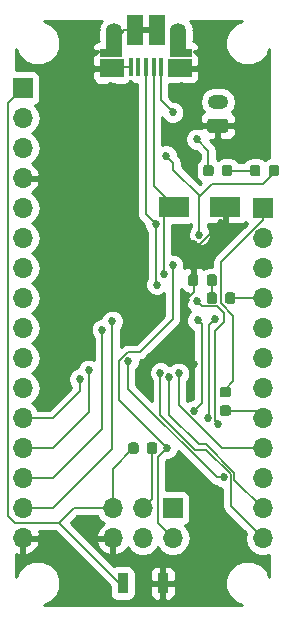
<source format=gtl>
G04 #@! TF.GenerationSoftware,KiCad,Pcbnew,5.0.2+dfsg1-1*
G04 #@! TF.CreationDate,2019-04-15T18:08:30-07:00*
G04 #@! TF.ProjectId,feather51,66656174-6865-4723-9531-2e6b69636164,A*
G04 #@! TF.SameCoordinates,Original*
G04 #@! TF.FileFunction,Copper,L1,Top*
G04 #@! TF.FilePolarity,Positive*
%FSLAX46Y46*%
G04 Gerber Fmt 4.6, Leading zero omitted, Abs format (unit mm)*
G04 Created by KiCad (PCBNEW 5.0.2+dfsg1-1) date Mon 15 Apr 2019 06:08:30 PM PDT*
%MOMM*%
%LPD*%
G01*
G04 APERTURE LIST*
G04 #@! TA.AperFunction,SMDPad,CuDef*
%ADD10R,2.650000X1.750000*%
G04 #@! TD*
G04 #@! TA.AperFunction,Conductor*
%ADD11C,0.100000*%
G04 #@! TD*
G04 #@! TA.AperFunction,ComponentPad*
%ADD12C,1.200000*%
G04 #@! TD*
G04 #@! TA.AperFunction,ComponentPad*
%ADD13O,1.750000X1.200000*%
G04 #@! TD*
G04 #@! TA.AperFunction,SMDPad,CuDef*
%ADD14C,0.875000*%
G04 #@! TD*
G04 #@! TA.AperFunction,SMDPad,CuDef*
%ADD15R,1.350000X2.000000*%
G04 #@! TD*
G04 #@! TA.AperFunction,SMDPad,CuDef*
%ADD16R,1.825000X0.700000*%
G04 #@! TD*
G04 #@! TA.AperFunction,SMDPad,CuDef*
%ADD17R,2.000000X1.500000*%
G04 #@! TD*
G04 #@! TA.AperFunction,SMDPad,CuDef*
%ADD18R,0.400000X1.650000*%
G04 #@! TD*
G04 #@! TA.AperFunction,ComponentPad*
%ADD19O,1.100000X1.500000*%
G04 #@! TD*
G04 #@! TA.AperFunction,ComponentPad*
%ADD20O,1.350000X1.700000*%
G04 #@! TD*
G04 #@! TA.AperFunction,SMDPad,CuDef*
%ADD21R,1.430000X2.500000*%
G04 #@! TD*
G04 #@! TA.AperFunction,ComponentPad*
%ADD22O,1.700000X1.700000*%
G04 #@! TD*
G04 #@! TA.AperFunction,ComponentPad*
%ADD23R,1.700000X1.700000*%
G04 #@! TD*
G04 #@! TA.AperFunction,SMDPad,CuDef*
%ADD24R,0.900000X1.700000*%
G04 #@! TD*
G04 #@! TA.AperFunction,ViaPad*
%ADD25C,0.685800*%
G04 #@! TD*
G04 #@! TA.AperFunction,Conductor*
%ADD26C,0.152400*%
G04 #@! TD*
G04 #@! TA.AperFunction,Conductor*
%ADD27C,0.254000*%
G04 #@! TD*
G04 APERTURE END LIST*
D10*
G04 #@! TO.P,D3,1*
G04 #@! TO.N,/D-*
X137296000Y-60833000D03*
G04 #@! TO.P,D3,2*
G04 #@! TO.N,GND*
X141596000Y-60833000D03*
G04 #@! TD*
D11*
G04 #@! TO.N,GND*
G04 #@! TO.C,J1*
G36*
X141619505Y-53376204D02*
X141643773Y-53379804D01*
X141667572Y-53385765D01*
X141690671Y-53394030D01*
X141712850Y-53404520D01*
X141733893Y-53417132D01*
X141753599Y-53431747D01*
X141771777Y-53448223D01*
X141788253Y-53466401D01*
X141802868Y-53486107D01*
X141815480Y-53507150D01*
X141825970Y-53529329D01*
X141834235Y-53552428D01*
X141840196Y-53576227D01*
X141843796Y-53600495D01*
X141845000Y-53624999D01*
X141845000Y-54325001D01*
X141843796Y-54349505D01*
X141840196Y-54373773D01*
X141834235Y-54397572D01*
X141825970Y-54420671D01*
X141815480Y-54442850D01*
X141802868Y-54463893D01*
X141788253Y-54483599D01*
X141771777Y-54501777D01*
X141753599Y-54518253D01*
X141733893Y-54532868D01*
X141712850Y-54545480D01*
X141690671Y-54555970D01*
X141667572Y-54564235D01*
X141643773Y-54570196D01*
X141619505Y-54573796D01*
X141595001Y-54575000D01*
X140344999Y-54575000D01*
X140320495Y-54573796D01*
X140296227Y-54570196D01*
X140272428Y-54564235D01*
X140249329Y-54555970D01*
X140227150Y-54545480D01*
X140206107Y-54532868D01*
X140186401Y-54518253D01*
X140168223Y-54501777D01*
X140151747Y-54483599D01*
X140137132Y-54463893D01*
X140124520Y-54442850D01*
X140114030Y-54420671D01*
X140105765Y-54397572D01*
X140099804Y-54373773D01*
X140096204Y-54349505D01*
X140095000Y-54325001D01*
X140095000Y-53624999D01*
X140096204Y-53600495D01*
X140099804Y-53576227D01*
X140105765Y-53552428D01*
X140114030Y-53529329D01*
X140124520Y-53507150D01*
X140137132Y-53486107D01*
X140151747Y-53466401D01*
X140168223Y-53448223D01*
X140186401Y-53431747D01*
X140206107Y-53417132D01*
X140227150Y-53404520D01*
X140249329Y-53394030D01*
X140272428Y-53385765D01*
X140296227Y-53379804D01*
X140320495Y-53376204D01*
X140344999Y-53375000D01*
X141595001Y-53375000D01*
X141619505Y-53376204D01*
X141619505Y-53376204D01*
G37*
D12*
G04 #@! TD*
G04 #@! TO.P,J1,1*
G04 #@! TO.N,GND*
X140970000Y-53975000D03*
D13*
G04 #@! TO.P,J1,2*
G04 #@! TO.N,/VBAT*
X140970000Y-51975000D03*
G04 #@! TD*
D11*
G04 #@! TO.N,Net-(D4-Pad1)*
G04 #@! TO.C,D4*
G36*
X144385191Y-57311053D02*
X144406426Y-57314203D01*
X144427250Y-57319419D01*
X144447462Y-57326651D01*
X144466868Y-57335830D01*
X144485281Y-57346866D01*
X144502524Y-57359654D01*
X144518430Y-57374070D01*
X144532846Y-57389976D01*
X144545634Y-57407219D01*
X144556670Y-57425632D01*
X144565849Y-57445038D01*
X144573081Y-57465250D01*
X144578297Y-57486074D01*
X144581447Y-57507309D01*
X144582500Y-57528750D01*
X144582500Y-58041250D01*
X144581447Y-58062691D01*
X144578297Y-58083926D01*
X144573081Y-58104750D01*
X144565849Y-58124962D01*
X144556670Y-58144368D01*
X144545634Y-58162781D01*
X144532846Y-58180024D01*
X144518430Y-58195930D01*
X144502524Y-58210346D01*
X144485281Y-58223134D01*
X144466868Y-58234170D01*
X144447462Y-58243349D01*
X144427250Y-58250581D01*
X144406426Y-58255797D01*
X144385191Y-58258947D01*
X144363750Y-58260000D01*
X143926250Y-58260000D01*
X143904809Y-58258947D01*
X143883574Y-58255797D01*
X143862750Y-58250581D01*
X143842538Y-58243349D01*
X143823132Y-58234170D01*
X143804719Y-58223134D01*
X143787476Y-58210346D01*
X143771570Y-58195930D01*
X143757154Y-58180024D01*
X143744366Y-58162781D01*
X143733330Y-58144368D01*
X143724151Y-58124962D01*
X143716919Y-58104750D01*
X143711703Y-58083926D01*
X143708553Y-58062691D01*
X143707500Y-58041250D01*
X143707500Y-57528750D01*
X143708553Y-57507309D01*
X143711703Y-57486074D01*
X143716919Y-57465250D01*
X143724151Y-57445038D01*
X143733330Y-57425632D01*
X143744366Y-57407219D01*
X143757154Y-57389976D01*
X143771570Y-57374070D01*
X143787476Y-57359654D01*
X143804719Y-57346866D01*
X143823132Y-57335830D01*
X143842538Y-57326651D01*
X143862750Y-57319419D01*
X143883574Y-57314203D01*
X143904809Y-57311053D01*
X143926250Y-57310000D01*
X144363750Y-57310000D01*
X144385191Y-57311053D01*
X144385191Y-57311053D01*
G37*
D14*
G04 #@! TD*
G04 #@! TO.P,D4,1*
G04 #@! TO.N,Net-(D4-Pad1)*
X144145000Y-57785000D03*
D11*
G04 #@! TO.N,VBUS*
G04 #@! TO.C,D4*
G36*
X145960191Y-57311053D02*
X145981426Y-57314203D01*
X146002250Y-57319419D01*
X146022462Y-57326651D01*
X146041868Y-57335830D01*
X146060281Y-57346866D01*
X146077524Y-57359654D01*
X146093430Y-57374070D01*
X146107846Y-57389976D01*
X146120634Y-57407219D01*
X146131670Y-57425632D01*
X146140849Y-57445038D01*
X146148081Y-57465250D01*
X146153297Y-57486074D01*
X146156447Y-57507309D01*
X146157500Y-57528750D01*
X146157500Y-58041250D01*
X146156447Y-58062691D01*
X146153297Y-58083926D01*
X146148081Y-58104750D01*
X146140849Y-58124962D01*
X146131670Y-58144368D01*
X146120634Y-58162781D01*
X146107846Y-58180024D01*
X146093430Y-58195930D01*
X146077524Y-58210346D01*
X146060281Y-58223134D01*
X146041868Y-58234170D01*
X146022462Y-58243349D01*
X146002250Y-58250581D01*
X145981426Y-58255797D01*
X145960191Y-58258947D01*
X145938750Y-58260000D01*
X145501250Y-58260000D01*
X145479809Y-58258947D01*
X145458574Y-58255797D01*
X145437750Y-58250581D01*
X145417538Y-58243349D01*
X145398132Y-58234170D01*
X145379719Y-58223134D01*
X145362476Y-58210346D01*
X145346570Y-58195930D01*
X145332154Y-58180024D01*
X145319366Y-58162781D01*
X145308330Y-58144368D01*
X145299151Y-58124962D01*
X145291919Y-58104750D01*
X145286703Y-58083926D01*
X145283553Y-58062691D01*
X145282500Y-58041250D01*
X145282500Y-57528750D01*
X145283553Y-57507309D01*
X145286703Y-57486074D01*
X145291919Y-57465250D01*
X145299151Y-57445038D01*
X145308330Y-57425632D01*
X145319366Y-57407219D01*
X145332154Y-57389976D01*
X145346570Y-57374070D01*
X145362476Y-57359654D01*
X145379719Y-57346866D01*
X145398132Y-57335830D01*
X145417538Y-57326651D01*
X145437750Y-57319419D01*
X145458574Y-57314203D01*
X145479809Y-57311053D01*
X145501250Y-57310000D01*
X145938750Y-57310000D01*
X145960191Y-57311053D01*
X145960191Y-57311053D01*
G37*
D14*
G04 #@! TD*
G04 #@! TO.P,D4,2*
G04 #@! TO.N,VBUS*
X145720000Y-57785000D03*
D11*
G04 #@! TO.N,Net-(D5-Pad2)*
G04 #@! TO.C,D5*
G36*
X140702191Y-66582053D02*
X140723426Y-66585203D01*
X140744250Y-66590419D01*
X140764462Y-66597651D01*
X140783868Y-66606830D01*
X140802281Y-66617866D01*
X140819524Y-66630654D01*
X140835430Y-66645070D01*
X140849846Y-66660976D01*
X140862634Y-66678219D01*
X140873670Y-66696632D01*
X140882849Y-66716038D01*
X140890081Y-66736250D01*
X140895297Y-66757074D01*
X140898447Y-66778309D01*
X140899500Y-66799750D01*
X140899500Y-67312250D01*
X140898447Y-67333691D01*
X140895297Y-67354926D01*
X140890081Y-67375750D01*
X140882849Y-67395962D01*
X140873670Y-67415368D01*
X140862634Y-67433781D01*
X140849846Y-67451024D01*
X140835430Y-67466930D01*
X140819524Y-67481346D01*
X140802281Y-67494134D01*
X140783868Y-67505170D01*
X140764462Y-67514349D01*
X140744250Y-67521581D01*
X140723426Y-67526797D01*
X140702191Y-67529947D01*
X140680750Y-67531000D01*
X140243250Y-67531000D01*
X140221809Y-67529947D01*
X140200574Y-67526797D01*
X140179750Y-67521581D01*
X140159538Y-67514349D01*
X140140132Y-67505170D01*
X140121719Y-67494134D01*
X140104476Y-67481346D01*
X140088570Y-67466930D01*
X140074154Y-67451024D01*
X140061366Y-67433781D01*
X140050330Y-67415368D01*
X140041151Y-67395962D01*
X140033919Y-67375750D01*
X140028703Y-67354926D01*
X140025553Y-67333691D01*
X140024500Y-67312250D01*
X140024500Y-66799750D01*
X140025553Y-66778309D01*
X140028703Y-66757074D01*
X140033919Y-66736250D01*
X140041151Y-66716038D01*
X140050330Y-66696632D01*
X140061366Y-66678219D01*
X140074154Y-66660976D01*
X140088570Y-66645070D01*
X140104476Y-66630654D01*
X140121719Y-66617866D01*
X140140132Y-66606830D01*
X140159538Y-66597651D01*
X140179750Y-66590419D01*
X140200574Y-66585203D01*
X140221809Y-66582053D01*
X140243250Y-66581000D01*
X140680750Y-66581000D01*
X140702191Y-66582053D01*
X140702191Y-66582053D01*
G37*
D14*
G04 #@! TD*
G04 #@! TO.P,D5,2*
G04 #@! TO.N,Net-(D5-Pad2)*
X140462000Y-67056000D03*
D11*
G04 #@! TO.N,GND*
G04 #@! TO.C,D5*
G36*
X139127191Y-66582053D02*
X139148426Y-66585203D01*
X139169250Y-66590419D01*
X139189462Y-66597651D01*
X139208868Y-66606830D01*
X139227281Y-66617866D01*
X139244524Y-66630654D01*
X139260430Y-66645070D01*
X139274846Y-66660976D01*
X139287634Y-66678219D01*
X139298670Y-66696632D01*
X139307849Y-66716038D01*
X139315081Y-66736250D01*
X139320297Y-66757074D01*
X139323447Y-66778309D01*
X139324500Y-66799750D01*
X139324500Y-67312250D01*
X139323447Y-67333691D01*
X139320297Y-67354926D01*
X139315081Y-67375750D01*
X139307849Y-67395962D01*
X139298670Y-67415368D01*
X139287634Y-67433781D01*
X139274846Y-67451024D01*
X139260430Y-67466930D01*
X139244524Y-67481346D01*
X139227281Y-67494134D01*
X139208868Y-67505170D01*
X139189462Y-67514349D01*
X139169250Y-67521581D01*
X139148426Y-67526797D01*
X139127191Y-67529947D01*
X139105750Y-67531000D01*
X138668250Y-67531000D01*
X138646809Y-67529947D01*
X138625574Y-67526797D01*
X138604750Y-67521581D01*
X138584538Y-67514349D01*
X138565132Y-67505170D01*
X138546719Y-67494134D01*
X138529476Y-67481346D01*
X138513570Y-67466930D01*
X138499154Y-67451024D01*
X138486366Y-67433781D01*
X138475330Y-67415368D01*
X138466151Y-67395962D01*
X138458919Y-67375750D01*
X138453703Y-67354926D01*
X138450553Y-67333691D01*
X138449500Y-67312250D01*
X138449500Y-66799750D01*
X138450553Y-66778309D01*
X138453703Y-66757074D01*
X138458919Y-66736250D01*
X138466151Y-66716038D01*
X138475330Y-66696632D01*
X138486366Y-66678219D01*
X138499154Y-66660976D01*
X138513570Y-66645070D01*
X138529476Y-66630654D01*
X138546719Y-66617866D01*
X138565132Y-66606830D01*
X138584538Y-66597651D01*
X138604750Y-66590419D01*
X138625574Y-66585203D01*
X138646809Y-66582053D01*
X138668250Y-66581000D01*
X139105750Y-66581000D01*
X139127191Y-66582053D01*
X139127191Y-66582053D01*
G37*
D14*
G04 #@! TD*
G04 #@! TO.P,D5,1*
G04 #@! TO.N,GND*
X138887000Y-67056000D03*
D15*
G04 #@! TO.P,J2,6*
G04 #@! TO.N,GND*
X132149000Y-47059000D03*
X137629000Y-47059000D03*
D16*
X137849000Y-47809000D03*
X131899000Y-47809000D03*
D17*
X137749000Y-49109000D03*
X131999000Y-49129000D03*
D18*
G04 #@! TO.P,J2,1*
G04 #@! TO.N,VBUS*
X136199000Y-49009000D03*
G04 #@! TO.P,J2,2*
G04 #@! TO.N,/D-*
X135549000Y-49009000D03*
G04 #@! TO.P,J2,3*
G04 #@! TO.N,/D+*
X134899000Y-49009000D03*
G04 #@! TO.P,J2,4*
G04 #@! TO.N,N/C*
X134249000Y-49009000D03*
G04 #@! TO.P,J2,5*
G04 #@! TO.N,GND*
X133599000Y-49009000D03*
D19*
G04 #@! TO.P,J2,6*
X137319000Y-49129000D03*
X132479000Y-49129000D03*
D20*
X137629000Y-46129000D03*
X132169000Y-46129000D03*
D21*
X135859000Y-45859000D03*
X133939000Y-45859000D03*
G04 #@! TD*
D22*
G04 #@! TO.P,J3,12*
G04 #@! TO.N,/SDA*
X144780000Y-88900000D03*
G04 #@! TO.P,J3,11*
G04 #@! TO.N,/SCL*
X144780000Y-86360000D03*
G04 #@! TO.P,J3,10*
G04 #@! TO.N,/D5*
X144780000Y-83820000D03*
G04 #@! TO.P,J3,9*
G04 #@! TO.N,/D6*
X144780000Y-81280000D03*
G04 #@! TO.P,J3,8*
G04 #@! TO.N,/D9*
X144780000Y-78740000D03*
G04 #@! TO.P,J3,7*
G04 #@! TO.N,/D10*
X144780000Y-76200000D03*
G04 #@! TO.P,J3,6*
G04 #@! TO.N,/D11*
X144780000Y-73660000D03*
G04 #@! TO.P,J3,5*
G04 #@! TO.N,/D12*
X144780000Y-71120000D03*
G04 #@! TO.P,J3,4*
G04 #@! TO.N,/D13*
X144780000Y-68580000D03*
G04 #@! TO.P,J3,3*
G04 #@! TO.N,VBUS*
X144780000Y-66040000D03*
G04 #@! TO.P,J3,2*
G04 #@! TO.N,/EN*
X144780000Y-63500000D03*
D23*
G04 #@! TO.P,J3,1*
G04 #@! TO.N,/VBAT*
X144780000Y-60960000D03*
G04 #@! TD*
D22*
G04 #@! TO.P,J4,6*
G04 #@! TO.N,GND*
X132080000Y-88900000D03*
G04 #@! TO.P,J4,5*
G04 #@! TO.N,/~RESET*
X132080000Y-86360000D03*
G04 #@! TO.P,J4,4*
G04 #@! TO.N,/C2D*
X134620000Y-88900000D03*
G04 #@! TO.P,J4,3*
G04 #@! TO.N,/C2CK*
X134620000Y-86360000D03*
G04 #@! TO.P,J4,2*
G04 #@! TO.N,+3V3*
X137160000Y-88900000D03*
D23*
G04 #@! TO.P,J4,1*
G04 #@! TO.N,VBUS*
X137160000Y-86360000D03*
G04 #@! TD*
D22*
G04 #@! TO.P,J5,16*
G04 #@! TO.N,GND*
X124460000Y-88900000D03*
G04 #@! TO.P,J5,15*
G04 #@! TO.N,/D1*
X124460000Y-86360000D03*
G04 #@! TO.P,J5,14*
G04 #@! TO.N,/D0*
X124460000Y-83820000D03*
G04 #@! TO.P,J5,13*
G04 #@! TO.N,/MISO*
X124460000Y-81280000D03*
G04 #@! TO.P,J5,12*
G04 #@! TO.N,/MOSI*
X124460000Y-78740000D03*
G04 #@! TO.P,J5,11*
G04 #@! TO.N,/SCK*
X124460000Y-76200000D03*
G04 #@! TO.P,J5,10*
G04 #@! TO.N,/A5*
X124460000Y-73660000D03*
G04 #@! TO.P,J5,9*
G04 #@! TO.N,/A4*
X124460000Y-71120000D03*
G04 #@! TO.P,J5,8*
G04 #@! TO.N,/A3*
X124460000Y-68580000D03*
G04 #@! TO.P,J5,7*
G04 #@! TO.N,/A2*
X124460000Y-66040000D03*
G04 #@! TO.P,J5,6*
G04 #@! TO.N,/A1*
X124460000Y-63500000D03*
G04 #@! TO.P,J5,5*
G04 #@! TO.N,/A0*
X124460000Y-60960000D03*
G04 #@! TO.P,J5,4*
G04 #@! TO.N,GND*
X124460000Y-58420000D03*
G04 #@! TO.P,J5,3*
G04 #@! TO.N,/AREF*
X124460000Y-55880000D03*
G04 #@! TO.P,J5,2*
G04 #@! TO.N,+3V3*
X124460000Y-53340000D03*
D23*
G04 #@! TO.P,J5,1*
G04 #@! TO.N,/~RESET*
X124460000Y-50800000D03*
G04 #@! TD*
D11*
G04 #@! TO.N,/~RESET*
G04 #@! TO.C,R2*
G36*
X134072691Y-80806053D02*
X134093926Y-80809203D01*
X134114750Y-80814419D01*
X134134962Y-80821651D01*
X134154368Y-80830830D01*
X134172781Y-80841866D01*
X134190024Y-80854654D01*
X134205930Y-80869070D01*
X134220346Y-80884976D01*
X134233134Y-80902219D01*
X134244170Y-80920632D01*
X134253349Y-80940038D01*
X134260581Y-80960250D01*
X134265797Y-80981074D01*
X134268947Y-81002309D01*
X134270000Y-81023750D01*
X134270000Y-81536250D01*
X134268947Y-81557691D01*
X134265797Y-81578926D01*
X134260581Y-81599750D01*
X134253349Y-81619962D01*
X134244170Y-81639368D01*
X134233134Y-81657781D01*
X134220346Y-81675024D01*
X134205930Y-81690930D01*
X134190024Y-81705346D01*
X134172781Y-81718134D01*
X134154368Y-81729170D01*
X134134962Y-81738349D01*
X134114750Y-81745581D01*
X134093926Y-81750797D01*
X134072691Y-81753947D01*
X134051250Y-81755000D01*
X133613750Y-81755000D01*
X133592309Y-81753947D01*
X133571074Y-81750797D01*
X133550250Y-81745581D01*
X133530038Y-81738349D01*
X133510632Y-81729170D01*
X133492219Y-81718134D01*
X133474976Y-81705346D01*
X133459070Y-81690930D01*
X133444654Y-81675024D01*
X133431866Y-81657781D01*
X133420830Y-81639368D01*
X133411651Y-81619962D01*
X133404419Y-81599750D01*
X133399203Y-81578926D01*
X133396053Y-81557691D01*
X133395000Y-81536250D01*
X133395000Y-81023750D01*
X133396053Y-81002309D01*
X133399203Y-80981074D01*
X133404419Y-80960250D01*
X133411651Y-80940038D01*
X133420830Y-80920632D01*
X133431866Y-80902219D01*
X133444654Y-80884976D01*
X133459070Y-80869070D01*
X133474976Y-80854654D01*
X133492219Y-80841866D01*
X133510632Y-80830830D01*
X133530038Y-80821651D01*
X133550250Y-80814419D01*
X133571074Y-80809203D01*
X133592309Y-80806053D01*
X133613750Y-80805000D01*
X134051250Y-80805000D01*
X134072691Y-80806053D01*
X134072691Y-80806053D01*
G37*
D14*
G04 #@! TD*
G04 #@! TO.P,R2,2*
G04 #@! TO.N,/~RESET*
X133832500Y-81280000D03*
D11*
G04 #@! TO.N,/C2CK*
G04 #@! TO.C,R2*
G36*
X135647691Y-80806053D02*
X135668926Y-80809203D01*
X135689750Y-80814419D01*
X135709962Y-80821651D01*
X135729368Y-80830830D01*
X135747781Y-80841866D01*
X135765024Y-80854654D01*
X135780930Y-80869070D01*
X135795346Y-80884976D01*
X135808134Y-80902219D01*
X135819170Y-80920632D01*
X135828349Y-80940038D01*
X135835581Y-80960250D01*
X135840797Y-80981074D01*
X135843947Y-81002309D01*
X135845000Y-81023750D01*
X135845000Y-81536250D01*
X135843947Y-81557691D01*
X135840797Y-81578926D01*
X135835581Y-81599750D01*
X135828349Y-81619962D01*
X135819170Y-81639368D01*
X135808134Y-81657781D01*
X135795346Y-81675024D01*
X135780930Y-81690930D01*
X135765024Y-81705346D01*
X135747781Y-81718134D01*
X135729368Y-81729170D01*
X135709962Y-81738349D01*
X135689750Y-81745581D01*
X135668926Y-81750797D01*
X135647691Y-81753947D01*
X135626250Y-81755000D01*
X135188750Y-81755000D01*
X135167309Y-81753947D01*
X135146074Y-81750797D01*
X135125250Y-81745581D01*
X135105038Y-81738349D01*
X135085632Y-81729170D01*
X135067219Y-81718134D01*
X135049976Y-81705346D01*
X135034070Y-81690930D01*
X135019654Y-81675024D01*
X135006866Y-81657781D01*
X134995830Y-81639368D01*
X134986651Y-81619962D01*
X134979419Y-81599750D01*
X134974203Y-81578926D01*
X134971053Y-81557691D01*
X134970000Y-81536250D01*
X134970000Y-81023750D01*
X134971053Y-81002309D01*
X134974203Y-80981074D01*
X134979419Y-80960250D01*
X134986651Y-80940038D01*
X134995830Y-80920632D01*
X135006866Y-80902219D01*
X135019654Y-80884976D01*
X135034070Y-80869070D01*
X135049976Y-80854654D01*
X135067219Y-80841866D01*
X135085632Y-80830830D01*
X135105038Y-80821651D01*
X135125250Y-80814419D01*
X135146074Y-80809203D01*
X135167309Y-80806053D01*
X135188750Y-80805000D01*
X135626250Y-80805000D01*
X135647691Y-80806053D01*
X135647691Y-80806053D01*
G37*
D14*
G04 #@! TD*
G04 #@! TO.P,R2,1*
G04 #@! TO.N,/C2CK*
X135407500Y-81280000D03*
D11*
G04 #@! TO.N,/D9*
G04 #@! TO.C,R5*
G36*
X141882691Y-77668553D02*
X141903926Y-77671703D01*
X141924750Y-77676919D01*
X141944962Y-77684151D01*
X141964368Y-77693330D01*
X141982781Y-77704366D01*
X142000024Y-77717154D01*
X142015930Y-77731570D01*
X142030346Y-77747476D01*
X142043134Y-77764719D01*
X142054170Y-77783132D01*
X142063349Y-77802538D01*
X142070581Y-77822750D01*
X142075797Y-77843574D01*
X142078947Y-77864809D01*
X142080000Y-77886250D01*
X142080000Y-78323750D01*
X142078947Y-78345191D01*
X142075797Y-78366426D01*
X142070581Y-78387250D01*
X142063349Y-78407462D01*
X142054170Y-78426868D01*
X142043134Y-78445281D01*
X142030346Y-78462524D01*
X142015930Y-78478430D01*
X142000024Y-78492846D01*
X141982781Y-78505634D01*
X141964368Y-78516670D01*
X141944962Y-78525849D01*
X141924750Y-78533081D01*
X141903926Y-78538297D01*
X141882691Y-78541447D01*
X141861250Y-78542500D01*
X141348750Y-78542500D01*
X141327309Y-78541447D01*
X141306074Y-78538297D01*
X141285250Y-78533081D01*
X141265038Y-78525849D01*
X141245632Y-78516670D01*
X141227219Y-78505634D01*
X141209976Y-78492846D01*
X141194070Y-78478430D01*
X141179654Y-78462524D01*
X141166866Y-78445281D01*
X141155830Y-78426868D01*
X141146651Y-78407462D01*
X141139419Y-78387250D01*
X141134203Y-78366426D01*
X141131053Y-78345191D01*
X141130000Y-78323750D01*
X141130000Y-77886250D01*
X141131053Y-77864809D01*
X141134203Y-77843574D01*
X141139419Y-77822750D01*
X141146651Y-77802538D01*
X141155830Y-77783132D01*
X141166866Y-77764719D01*
X141179654Y-77747476D01*
X141194070Y-77731570D01*
X141209976Y-77717154D01*
X141227219Y-77704366D01*
X141245632Y-77693330D01*
X141265038Y-77684151D01*
X141285250Y-77676919D01*
X141306074Y-77671703D01*
X141327309Y-77668553D01*
X141348750Y-77667500D01*
X141861250Y-77667500D01*
X141882691Y-77668553D01*
X141882691Y-77668553D01*
G37*
D14*
G04 #@! TD*
G04 #@! TO.P,R5,2*
G04 #@! TO.N,/D9*
X141605000Y-78105000D03*
D11*
G04 #@! TO.N,/VBAT*
G04 #@! TO.C,R5*
G36*
X141882691Y-76093553D02*
X141903926Y-76096703D01*
X141924750Y-76101919D01*
X141944962Y-76109151D01*
X141964368Y-76118330D01*
X141982781Y-76129366D01*
X142000024Y-76142154D01*
X142015930Y-76156570D01*
X142030346Y-76172476D01*
X142043134Y-76189719D01*
X142054170Y-76208132D01*
X142063349Y-76227538D01*
X142070581Y-76247750D01*
X142075797Y-76268574D01*
X142078947Y-76289809D01*
X142080000Y-76311250D01*
X142080000Y-76748750D01*
X142078947Y-76770191D01*
X142075797Y-76791426D01*
X142070581Y-76812250D01*
X142063349Y-76832462D01*
X142054170Y-76851868D01*
X142043134Y-76870281D01*
X142030346Y-76887524D01*
X142015930Y-76903430D01*
X142000024Y-76917846D01*
X141982781Y-76930634D01*
X141964368Y-76941670D01*
X141944962Y-76950849D01*
X141924750Y-76958081D01*
X141903926Y-76963297D01*
X141882691Y-76966447D01*
X141861250Y-76967500D01*
X141348750Y-76967500D01*
X141327309Y-76966447D01*
X141306074Y-76963297D01*
X141285250Y-76958081D01*
X141265038Y-76950849D01*
X141245632Y-76941670D01*
X141227219Y-76930634D01*
X141209976Y-76917846D01*
X141194070Y-76903430D01*
X141179654Y-76887524D01*
X141166866Y-76870281D01*
X141155830Y-76851868D01*
X141146651Y-76832462D01*
X141139419Y-76812250D01*
X141134203Y-76791426D01*
X141131053Y-76770191D01*
X141130000Y-76748750D01*
X141130000Y-76311250D01*
X141131053Y-76289809D01*
X141134203Y-76268574D01*
X141139419Y-76247750D01*
X141146651Y-76227538D01*
X141155830Y-76208132D01*
X141166866Y-76189719D01*
X141179654Y-76172476D01*
X141194070Y-76156570D01*
X141209976Y-76142154D01*
X141227219Y-76129366D01*
X141245632Y-76118330D01*
X141265038Y-76109151D01*
X141285250Y-76101919D01*
X141306074Y-76096703D01*
X141327309Y-76093553D01*
X141348750Y-76092500D01*
X141861250Y-76092500D01*
X141882691Y-76093553D01*
X141882691Y-76093553D01*
G37*
D14*
G04 #@! TD*
G04 #@! TO.P,R5,1*
G04 #@! TO.N,/VBAT*
X141605000Y-76530000D03*
D11*
G04 #@! TO.N,Net-(D4-Pad1)*
G04 #@! TO.C,R7*
G36*
X141997691Y-57311053D02*
X142018926Y-57314203D01*
X142039750Y-57319419D01*
X142059962Y-57326651D01*
X142079368Y-57335830D01*
X142097781Y-57346866D01*
X142115024Y-57359654D01*
X142130930Y-57374070D01*
X142145346Y-57389976D01*
X142158134Y-57407219D01*
X142169170Y-57425632D01*
X142178349Y-57445038D01*
X142185581Y-57465250D01*
X142190797Y-57486074D01*
X142193947Y-57507309D01*
X142195000Y-57528750D01*
X142195000Y-58041250D01*
X142193947Y-58062691D01*
X142190797Y-58083926D01*
X142185581Y-58104750D01*
X142178349Y-58124962D01*
X142169170Y-58144368D01*
X142158134Y-58162781D01*
X142145346Y-58180024D01*
X142130930Y-58195930D01*
X142115024Y-58210346D01*
X142097781Y-58223134D01*
X142079368Y-58234170D01*
X142059962Y-58243349D01*
X142039750Y-58250581D01*
X142018926Y-58255797D01*
X141997691Y-58258947D01*
X141976250Y-58260000D01*
X141538750Y-58260000D01*
X141517309Y-58258947D01*
X141496074Y-58255797D01*
X141475250Y-58250581D01*
X141455038Y-58243349D01*
X141435632Y-58234170D01*
X141417219Y-58223134D01*
X141399976Y-58210346D01*
X141384070Y-58195930D01*
X141369654Y-58180024D01*
X141356866Y-58162781D01*
X141345830Y-58144368D01*
X141336651Y-58124962D01*
X141329419Y-58104750D01*
X141324203Y-58083926D01*
X141321053Y-58062691D01*
X141320000Y-58041250D01*
X141320000Y-57528750D01*
X141321053Y-57507309D01*
X141324203Y-57486074D01*
X141329419Y-57465250D01*
X141336651Y-57445038D01*
X141345830Y-57425632D01*
X141356866Y-57407219D01*
X141369654Y-57389976D01*
X141384070Y-57374070D01*
X141399976Y-57359654D01*
X141417219Y-57346866D01*
X141435632Y-57335830D01*
X141455038Y-57326651D01*
X141475250Y-57319419D01*
X141496074Y-57314203D01*
X141517309Y-57311053D01*
X141538750Y-57310000D01*
X141976250Y-57310000D01*
X141997691Y-57311053D01*
X141997691Y-57311053D01*
G37*
D14*
G04 #@! TD*
G04 #@! TO.P,R7,1*
G04 #@! TO.N,Net-(D4-Pad1)*
X141757500Y-57785000D03*
D11*
G04 #@! TO.N,Net-(R7-Pad2)*
G04 #@! TO.C,R7*
G36*
X140422691Y-57311053D02*
X140443926Y-57314203D01*
X140464750Y-57319419D01*
X140484962Y-57326651D01*
X140504368Y-57335830D01*
X140522781Y-57346866D01*
X140540024Y-57359654D01*
X140555930Y-57374070D01*
X140570346Y-57389976D01*
X140583134Y-57407219D01*
X140594170Y-57425632D01*
X140603349Y-57445038D01*
X140610581Y-57465250D01*
X140615797Y-57486074D01*
X140618947Y-57507309D01*
X140620000Y-57528750D01*
X140620000Y-58041250D01*
X140618947Y-58062691D01*
X140615797Y-58083926D01*
X140610581Y-58104750D01*
X140603349Y-58124962D01*
X140594170Y-58144368D01*
X140583134Y-58162781D01*
X140570346Y-58180024D01*
X140555930Y-58195930D01*
X140540024Y-58210346D01*
X140522781Y-58223134D01*
X140504368Y-58234170D01*
X140484962Y-58243349D01*
X140464750Y-58250581D01*
X140443926Y-58255797D01*
X140422691Y-58258947D01*
X140401250Y-58260000D01*
X139963750Y-58260000D01*
X139942309Y-58258947D01*
X139921074Y-58255797D01*
X139900250Y-58250581D01*
X139880038Y-58243349D01*
X139860632Y-58234170D01*
X139842219Y-58223134D01*
X139824976Y-58210346D01*
X139809070Y-58195930D01*
X139794654Y-58180024D01*
X139781866Y-58162781D01*
X139770830Y-58144368D01*
X139761651Y-58124962D01*
X139754419Y-58104750D01*
X139749203Y-58083926D01*
X139746053Y-58062691D01*
X139745000Y-58041250D01*
X139745000Y-57528750D01*
X139746053Y-57507309D01*
X139749203Y-57486074D01*
X139754419Y-57465250D01*
X139761651Y-57445038D01*
X139770830Y-57425632D01*
X139781866Y-57407219D01*
X139794654Y-57389976D01*
X139809070Y-57374070D01*
X139824976Y-57359654D01*
X139842219Y-57346866D01*
X139860632Y-57335830D01*
X139880038Y-57326651D01*
X139900250Y-57319419D01*
X139921074Y-57314203D01*
X139942309Y-57311053D01*
X139963750Y-57310000D01*
X140401250Y-57310000D01*
X140422691Y-57311053D01*
X140422691Y-57311053D01*
G37*
D14*
G04 #@! TD*
G04 #@! TO.P,R7,2*
G04 #@! TO.N,Net-(R7-Pad2)*
X140182500Y-57785000D03*
D11*
G04 #@! TO.N,Net-(D5-Pad2)*
G04 #@! TO.C,R8*
G36*
X140702191Y-68106053D02*
X140723426Y-68109203D01*
X140744250Y-68114419D01*
X140764462Y-68121651D01*
X140783868Y-68130830D01*
X140802281Y-68141866D01*
X140819524Y-68154654D01*
X140835430Y-68169070D01*
X140849846Y-68184976D01*
X140862634Y-68202219D01*
X140873670Y-68220632D01*
X140882849Y-68240038D01*
X140890081Y-68260250D01*
X140895297Y-68281074D01*
X140898447Y-68302309D01*
X140899500Y-68323750D01*
X140899500Y-68836250D01*
X140898447Y-68857691D01*
X140895297Y-68878926D01*
X140890081Y-68899750D01*
X140882849Y-68919962D01*
X140873670Y-68939368D01*
X140862634Y-68957781D01*
X140849846Y-68975024D01*
X140835430Y-68990930D01*
X140819524Y-69005346D01*
X140802281Y-69018134D01*
X140783868Y-69029170D01*
X140764462Y-69038349D01*
X140744250Y-69045581D01*
X140723426Y-69050797D01*
X140702191Y-69053947D01*
X140680750Y-69055000D01*
X140243250Y-69055000D01*
X140221809Y-69053947D01*
X140200574Y-69050797D01*
X140179750Y-69045581D01*
X140159538Y-69038349D01*
X140140132Y-69029170D01*
X140121719Y-69018134D01*
X140104476Y-69005346D01*
X140088570Y-68990930D01*
X140074154Y-68975024D01*
X140061366Y-68957781D01*
X140050330Y-68939368D01*
X140041151Y-68919962D01*
X140033919Y-68899750D01*
X140028703Y-68878926D01*
X140025553Y-68857691D01*
X140024500Y-68836250D01*
X140024500Y-68323750D01*
X140025553Y-68302309D01*
X140028703Y-68281074D01*
X140033919Y-68260250D01*
X140041151Y-68240038D01*
X140050330Y-68220632D01*
X140061366Y-68202219D01*
X140074154Y-68184976D01*
X140088570Y-68169070D01*
X140104476Y-68154654D01*
X140121719Y-68141866D01*
X140140132Y-68130830D01*
X140159538Y-68121651D01*
X140179750Y-68114419D01*
X140200574Y-68109203D01*
X140221809Y-68106053D01*
X140243250Y-68105000D01*
X140680750Y-68105000D01*
X140702191Y-68106053D01*
X140702191Y-68106053D01*
G37*
D14*
G04 #@! TD*
G04 #@! TO.P,R8,2*
G04 #@! TO.N,Net-(D5-Pad2)*
X140462000Y-68580000D03*
D11*
G04 #@! TO.N,/D13*
G04 #@! TO.C,R8*
G36*
X142277191Y-68106053D02*
X142298426Y-68109203D01*
X142319250Y-68114419D01*
X142339462Y-68121651D01*
X142358868Y-68130830D01*
X142377281Y-68141866D01*
X142394524Y-68154654D01*
X142410430Y-68169070D01*
X142424846Y-68184976D01*
X142437634Y-68202219D01*
X142448670Y-68220632D01*
X142457849Y-68240038D01*
X142465081Y-68260250D01*
X142470297Y-68281074D01*
X142473447Y-68302309D01*
X142474500Y-68323750D01*
X142474500Y-68836250D01*
X142473447Y-68857691D01*
X142470297Y-68878926D01*
X142465081Y-68899750D01*
X142457849Y-68919962D01*
X142448670Y-68939368D01*
X142437634Y-68957781D01*
X142424846Y-68975024D01*
X142410430Y-68990930D01*
X142394524Y-69005346D01*
X142377281Y-69018134D01*
X142358868Y-69029170D01*
X142339462Y-69038349D01*
X142319250Y-69045581D01*
X142298426Y-69050797D01*
X142277191Y-69053947D01*
X142255750Y-69055000D01*
X141818250Y-69055000D01*
X141796809Y-69053947D01*
X141775574Y-69050797D01*
X141754750Y-69045581D01*
X141734538Y-69038349D01*
X141715132Y-69029170D01*
X141696719Y-69018134D01*
X141679476Y-69005346D01*
X141663570Y-68990930D01*
X141649154Y-68975024D01*
X141636366Y-68957781D01*
X141625330Y-68939368D01*
X141616151Y-68919962D01*
X141608919Y-68899750D01*
X141603703Y-68878926D01*
X141600553Y-68857691D01*
X141599500Y-68836250D01*
X141599500Y-68323750D01*
X141600553Y-68302309D01*
X141603703Y-68281074D01*
X141608919Y-68260250D01*
X141616151Y-68240038D01*
X141625330Y-68220632D01*
X141636366Y-68202219D01*
X141649154Y-68184976D01*
X141663570Y-68169070D01*
X141679476Y-68154654D01*
X141696719Y-68141866D01*
X141715132Y-68130830D01*
X141734538Y-68121651D01*
X141754750Y-68114419D01*
X141775574Y-68109203D01*
X141796809Y-68106053D01*
X141818250Y-68105000D01*
X142255750Y-68105000D01*
X142277191Y-68106053D01*
X142277191Y-68106053D01*
G37*
D14*
G04 #@! TD*
G04 #@! TO.P,R8,1*
G04 #@! TO.N,/D13*
X142037000Y-68580000D03*
D24*
G04 #@! TO.P,SW1,1*
G04 #@! TO.N,/~RESET*
X132920000Y-92710000D03*
G04 #@! TO.P,SW1,2*
G04 #@! TO.N,GND*
X136320000Y-92710000D03*
G04 #@! TD*
D25*
G04 #@! TO.N,VBUS*
X139424081Y-63224081D03*
X136588490Y-56515000D03*
X137160000Y-52832000D03*
X140970000Y-79248000D03*
X139192000Y-68834000D03*
G04 #@! TO.N,GND*
X130175000Y-46990000D03*
X131445000Y-55245000D03*
X133350000Y-53340000D03*
X138303000Y-68707000D03*
X132842000Y-64008000D03*
X138938000Y-64008000D03*
X141224000Y-62232400D03*
X132842000Y-68072000D03*
X138938000Y-74168000D03*
X135128000Y-76200000D03*
G04 #@! TO.N,+3V3*
X137160000Y-65786000D03*
X136652000Y-81280000D03*
G04 #@! TO.N,/D+*
X135710132Y-62330051D03*
X135818490Y-67437000D03*
G04 #@! TO.N,/D-*
X136398000Y-66548000D03*
G04 #@! TO.N,/D6*
X137668000Y-74930000D03*
G04 #@! TO.N,/D5*
X133373119Y-73937119D03*
X141499775Y-83766791D03*
G04 #@! TO.N,/SCL*
X136885596Y-75230738D03*
G04 #@! TO.N,/SDA*
X136108825Y-74915736D03*
G04 #@! TO.N,/C2CK*
X140779510Y-70312698D03*
X140144490Y-78704035D03*
G04 #@! TO.N,/C2D*
X138950281Y-78111141D03*
X139263263Y-70451941D03*
G04 #@! TO.N,/MOSI*
X129286000Y-75438000D03*
G04 #@! TO.N,/MISO*
X130048000Y-74676000D03*
G04 #@! TO.N,/D0*
X131191000Y-71247000D03*
G04 #@! TO.N,/D1*
X132038388Y-70526612D03*
G04 #@! TO.N,Net-(R7-Pad2)*
X139192000Y-55118000D03*
G04 #@! TD*
D26*
G04 #@! TO.N,VBUS*
X139446000Y-59944000D02*
X140462000Y-58928000D01*
X140462000Y-58928000D02*
X144780000Y-58928000D01*
X144780000Y-58928000D02*
X145796000Y-57912000D01*
X139446000Y-59944000D02*
X139424081Y-59965919D01*
X139424081Y-59965919D02*
X139424081Y-63224081D01*
X137223510Y-57150020D02*
X136588490Y-56515000D01*
X137223510Y-57721510D02*
X137223510Y-57150020D01*
X139446000Y-59944000D02*
X137223510Y-57721510D01*
X137160000Y-52832000D02*
X136144000Y-51816000D01*
X136144000Y-51816000D02*
X136144000Y-50292000D01*
X136144000Y-50292000D02*
X136144000Y-49022000D01*
X140911610Y-69283610D02*
X141478000Y-69850000D01*
X139192000Y-68834000D02*
X139641610Y-69283610D01*
X141478000Y-69850000D02*
X141478000Y-70612000D01*
X140970000Y-79248000D02*
X140716000Y-78994000D01*
X140716000Y-78994000D02*
X140716000Y-71374000D01*
X141478000Y-70612000D02*
X140716000Y-71374000D01*
X139641610Y-69283610D02*
X140911610Y-69283610D01*
G04 #@! TO.N,GND*
X131445000Y-55245000D02*
X133350000Y-53340000D01*
X138303000Y-68707000D02*
X138938000Y-68072000D01*
X138938000Y-68072000D02*
X138938000Y-67056000D01*
X131445000Y-62611000D02*
X131445000Y-55245000D01*
X132842000Y-64008000D02*
X131445000Y-62611000D01*
X139448400Y-64008000D02*
X138938000Y-64008000D01*
X141596000Y-60833000D02*
X141596000Y-61860400D01*
X141596000Y-61860400D02*
X141224000Y-62232400D01*
X141224000Y-62232400D02*
X139448400Y-64008000D01*
X132842000Y-68072000D02*
X132842000Y-64008000D01*
X133599000Y-49009000D02*
X131966000Y-49009000D01*
X131966000Y-49009000D02*
X131953000Y-49022000D01*
X133071600Y-45859000D02*
X132829600Y-46101000D01*
X133939000Y-45859000D02*
X133071600Y-45859000D01*
X132829600Y-46101000D02*
X132207000Y-46101000D01*
G04 #@! TO.N,+3V3*
X137160000Y-65786000D02*
X137160000Y-70358000D01*
X134366000Y-73152000D02*
X133350000Y-73152000D01*
X137160000Y-70358000D02*
X134366000Y-73152000D01*
X132588000Y-73914000D02*
X132588000Y-77216000D01*
X133350000Y-73152000D02*
X132588000Y-73914000D01*
X132588000Y-77216000D02*
X136652000Y-81280000D01*
X136652000Y-81280000D02*
X135890000Y-82042000D01*
X135890000Y-82042000D02*
X135890000Y-86360000D01*
X135890000Y-86360000D02*
X135890000Y-87630000D01*
X135890000Y-87630000D02*
X137160000Y-88900000D01*
G04 #@! TO.N,/VBAT*
X141224000Y-65518400D02*
X141224000Y-69004176D01*
X141224000Y-69004176D02*
X142303502Y-70083678D01*
X142303502Y-75628498D02*
X141478000Y-76454000D01*
X142303502Y-70083678D02*
X142303502Y-75628498D01*
X144780000Y-61962400D02*
X141224000Y-65518400D01*
X144780000Y-60960000D02*
X144780000Y-61962400D01*
G04 #@! TO.N,/D+*
X135700000Y-62319919D02*
X135710132Y-62330051D01*
X135710132Y-62330051D02*
X135710132Y-67328642D01*
X135710132Y-67328642D02*
X135818490Y-67437000D01*
X135710132Y-62330051D02*
X134874000Y-61493919D01*
X134874000Y-61493919D02*
X134874000Y-49149000D01*
G04 #@! TO.N,/D-*
X137296000Y-60833000D02*
X136398000Y-60833000D01*
X136398000Y-66548000D02*
X136398000Y-60706000D01*
X135549000Y-49189000D02*
X135549000Y-59095000D01*
X135549000Y-59095000D02*
X137414000Y-60960000D01*
G04 #@! TO.N,Net-(D4-Pad1)*
X144145000Y-57785000D02*
X141605000Y-57785000D01*
G04 #@! TO.N,Net-(D5-Pad2)*
X140462000Y-68580000D02*
X140462000Y-67056000D01*
G04 #@! TO.N,/D13*
X142037000Y-68580000D02*
X144780000Y-68580000D01*
G04 #@! TO.N,/D9*
X141605000Y-78105000D02*
X144145000Y-78105000D01*
X144145000Y-78105000D02*
X144780000Y-78740000D01*
G04 #@! TO.N,/D6*
X143577919Y-81280000D02*
X144780000Y-81280000D01*
X137668000Y-77640178D02*
X141307822Y-81280000D01*
X137668000Y-74930000D02*
X137668000Y-77640178D01*
X141307822Y-81280000D02*
X143577919Y-81280000D01*
G04 #@! TO.N,/D5*
X141014842Y-83766791D02*
X141499775Y-83766791D01*
X133373119Y-73937119D02*
X133373119Y-76251433D01*
X133373119Y-76251433D02*
X140888477Y-83766791D01*
X140888477Y-83766791D02*
X141014842Y-83766791D01*
G04 #@! TO.N,/SCL*
X142376088Y-83956088D02*
X142376088Y-83366213D01*
X142376088Y-83366213D02*
X139965485Y-80955610D01*
X139965485Y-80955610D02*
X139382499Y-80955610D01*
X139382499Y-80955610D02*
X136885596Y-78458707D01*
X136885596Y-75715671D02*
X136885596Y-75230738D01*
X136885596Y-78458707D02*
X136885596Y-75715671D01*
X144780000Y-86360000D02*
X142376088Y-83956088D01*
G04 #@! TO.N,/SDA*
X136108825Y-75400669D02*
X136108825Y-74915736D01*
X136108825Y-78443936D02*
X136108825Y-75400669D01*
X139991610Y-81412802D02*
X139077688Y-81412802D01*
X139077688Y-81412802D02*
X136108825Y-78443936D01*
X144780000Y-88900000D02*
X142071277Y-86191277D01*
X142071277Y-86191277D02*
X142071277Y-83492469D01*
X142071277Y-83492469D02*
X139991610Y-81412802D01*
G04 #@! TO.N,/C2CK*
X135407500Y-81280000D02*
X135407500Y-84302500D01*
X135407500Y-84302500D02*
X135407500Y-85572500D01*
X135407500Y-85572500D02*
X134620000Y-86360000D01*
X140223511Y-78219102D02*
X140223511Y-78704035D01*
X140223511Y-78704035D02*
X140144490Y-78704035D01*
X140223511Y-70868697D02*
X140223511Y-78219102D01*
X140779510Y-70312698D02*
X140223511Y-70868697D01*
G04 #@! TO.N,/C2D*
X139606162Y-77455260D02*
X139606162Y-70794840D01*
X138950281Y-78111141D02*
X139606162Y-77455260D01*
X139606162Y-70794840D02*
X139263263Y-70451941D01*
G04 #@! TO.N,/~RESET*
X123190000Y-86995000D02*
X123190000Y-52070000D01*
X123190000Y-52070000D02*
X124460000Y-50800000D01*
X123825000Y-87630000D02*
X123190000Y-86995000D01*
X123825000Y-87630000D02*
X127508000Y-87630000D01*
X127508000Y-87630000D02*
X128778000Y-86360000D01*
X128778000Y-86360000D02*
X132080000Y-86360000D01*
X133832500Y-81280000D02*
X132080000Y-83032500D01*
X132080000Y-83032500D02*
X132080000Y-86360000D01*
X127508000Y-87630000D02*
X132842000Y-92964000D01*
G04 #@! TO.N,/MOSI*
X129286000Y-75438000D02*
X129286000Y-76454000D01*
X129286000Y-76454000D02*
X127000000Y-78740000D01*
X127000000Y-78740000D02*
X124460000Y-78740000D01*
G04 #@! TO.N,/MISO*
X130048000Y-74676000D02*
X130048000Y-78232000D01*
X130048000Y-78232000D02*
X127000000Y-81280000D01*
X127000000Y-81280000D02*
X124460000Y-81280000D01*
G04 #@! TO.N,/D0*
X131191000Y-71247000D02*
X131191000Y-79629000D01*
X131191000Y-79629000D02*
X127000000Y-83820000D01*
X127000000Y-83820000D02*
X124460000Y-83820000D01*
G04 #@! TO.N,/D1*
X132038388Y-81321612D02*
X127000000Y-86360000D01*
X132038388Y-70526612D02*
X132038388Y-81321612D01*
X127000000Y-86360000D02*
X124460000Y-86360000D01*
G04 #@! TO.N,Net-(R7-Pad2)*
X140182500Y-57785000D02*
X140182500Y-56108500D01*
X140182500Y-56108500D02*
X139192000Y-55118000D01*
G04 #@! TD*
D27*
G04 #@! TO.N,GND*
G36*
X140336055Y-84220158D02*
X140375731Y-84279537D01*
X140435110Y-84319213D01*
X140435112Y-84319215D01*
X140610979Y-84436726D01*
X140610980Y-84436726D01*
X140610981Y-84436727D01*
X140818431Y-84477991D01*
X140818434Y-84477991D01*
X140830395Y-84480370D01*
X140945839Y-84595814D01*
X141305259Y-84744691D01*
X141360078Y-84744691D01*
X141360077Y-86121235D01*
X141346145Y-86191277D01*
X141360077Y-86261318D01*
X141360077Y-86261322D01*
X141401341Y-86468772D01*
X141441544Y-86528940D01*
X141518853Y-86644641D01*
X141518855Y-86644643D01*
X141558531Y-86704022D01*
X141617911Y-86743699D01*
X143350241Y-88476029D01*
X143265908Y-88900000D01*
X143381161Y-89479418D01*
X143709375Y-89970625D01*
X144200582Y-90298839D01*
X144633744Y-90385000D01*
X144926256Y-90385000D01*
X145340001Y-90302701D01*
X145340001Y-92202270D01*
X145108026Y-91642233D01*
X144577767Y-91111974D01*
X143884950Y-90825000D01*
X143135050Y-90825000D01*
X142442233Y-91111974D01*
X141911974Y-91642233D01*
X141625000Y-92335050D01*
X141625000Y-93084950D01*
X141911974Y-93777767D01*
X142442233Y-94308026D01*
X143002268Y-94540000D01*
X126237732Y-94540000D01*
X126797767Y-94308026D01*
X127328026Y-93777767D01*
X127615000Y-93084950D01*
X127615000Y-92335050D01*
X127328026Y-91642233D01*
X126797767Y-91111974D01*
X126104950Y-90825000D01*
X125355050Y-90825000D01*
X124662233Y-91111974D01*
X124131974Y-91642233D01*
X123900000Y-92202268D01*
X123900000Y-90246101D01*
X124103108Y-90341486D01*
X124333000Y-90220819D01*
X124333000Y-89027000D01*
X124587000Y-89027000D01*
X124587000Y-90220819D01*
X124816892Y-90341486D01*
X125341358Y-90095183D01*
X125731645Y-89666924D01*
X125901476Y-89256890D01*
X125780155Y-89027000D01*
X124587000Y-89027000D01*
X124333000Y-89027000D01*
X124313000Y-89027000D01*
X124313000Y-88773000D01*
X124333000Y-88773000D01*
X124333000Y-88753000D01*
X124587000Y-88753000D01*
X124587000Y-88773000D01*
X125780155Y-88773000D01*
X125901476Y-88543110D01*
X125817847Y-88341200D01*
X127213412Y-88341200D01*
X131822560Y-92950349D01*
X131822560Y-93560000D01*
X131871843Y-93807765D01*
X132012191Y-94017809D01*
X132222235Y-94158157D01*
X132470000Y-94207440D01*
X133370000Y-94207440D01*
X133617765Y-94158157D01*
X133827809Y-94017809D01*
X133968157Y-93807765D01*
X134017440Y-93560000D01*
X134017440Y-92995750D01*
X135235000Y-92995750D01*
X135235000Y-93686310D01*
X135331673Y-93919699D01*
X135510302Y-94098327D01*
X135743691Y-94195000D01*
X136034250Y-94195000D01*
X136193000Y-94036250D01*
X136193000Y-92837000D01*
X136447000Y-92837000D01*
X136447000Y-94036250D01*
X136605750Y-94195000D01*
X136896309Y-94195000D01*
X137129698Y-94098327D01*
X137308327Y-93919699D01*
X137405000Y-93686310D01*
X137405000Y-92995750D01*
X137246250Y-92837000D01*
X136447000Y-92837000D01*
X136193000Y-92837000D01*
X135393750Y-92837000D01*
X135235000Y-92995750D01*
X134017440Y-92995750D01*
X134017440Y-91860000D01*
X133992316Y-91733690D01*
X135235000Y-91733690D01*
X135235000Y-92424250D01*
X135393750Y-92583000D01*
X136193000Y-92583000D01*
X136193000Y-91383750D01*
X136447000Y-91383750D01*
X136447000Y-92583000D01*
X137246250Y-92583000D01*
X137405000Y-92424250D01*
X137405000Y-91733690D01*
X137308327Y-91500301D01*
X137129698Y-91321673D01*
X136896309Y-91225000D01*
X136605750Y-91225000D01*
X136447000Y-91383750D01*
X136193000Y-91383750D01*
X136034250Y-91225000D01*
X135743691Y-91225000D01*
X135510302Y-91321673D01*
X135331673Y-91500301D01*
X135235000Y-91733690D01*
X133992316Y-91733690D01*
X133968157Y-91612235D01*
X133827809Y-91402191D01*
X133617765Y-91261843D01*
X133370000Y-91212560D01*
X132470000Y-91212560D01*
X132222235Y-91261843D01*
X132176315Y-91292526D01*
X130140681Y-89256892D01*
X130638514Y-89256892D01*
X130884817Y-89781358D01*
X131313076Y-90171645D01*
X131723110Y-90341476D01*
X131953000Y-90220155D01*
X131953000Y-89027000D01*
X130759181Y-89027000D01*
X130638514Y-89256892D01*
X130140681Y-89256892D01*
X128513788Y-87630000D01*
X129072589Y-87071200D01*
X130769215Y-87071200D01*
X131009375Y-87430625D01*
X131309786Y-87631353D01*
X130884817Y-88018642D01*
X130638514Y-88543108D01*
X130759181Y-88773000D01*
X131953000Y-88773000D01*
X131953000Y-88753000D01*
X132207000Y-88753000D01*
X132207000Y-88773000D01*
X132227000Y-88773000D01*
X132227000Y-89027000D01*
X132207000Y-89027000D01*
X132207000Y-90220155D01*
X132436890Y-90341476D01*
X132846924Y-90171645D01*
X133275183Y-89781358D01*
X133336157Y-89651522D01*
X133549375Y-89970625D01*
X134040582Y-90298839D01*
X134473744Y-90385000D01*
X134766256Y-90385000D01*
X135199418Y-90298839D01*
X135690625Y-89970625D01*
X135890000Y-89672239D01*
X136089375Y-89970625D01*
X136580582Y-90298839D01*
X137013744Y-90385000D01*
X137306256Y-90385000D01*
X137739418Y-90298839D01*
X138230625Y-89970625D01*
X138558839Y-89479418D01*
X138674092Y-88900000D01*
X138558839Y-88320582D01*
X138230625Y-87829375D01*
X138212381Y-87817184D01*
X138257765Y-87808157D01*
X138467809Y-87667809D01*
X138608157Y-87457765D01*
X138657440Y-87210000D01*
X138657440Y-85510000D01*
X138608157Y-85262235D01*
X138467809Y-85052191D01*
X138257765Y-84911843D01*
X138010000Y-84862560D01*
X136601200Y-84862560D01*
X136601200Y-82336588D01*
X136679888Y-82257900D01*
X136846516Y-82257900D01*
X137205936Y-82109023D01*
X137481023Y-81833936D01*
X137618335Y-81502437D01*
X140336055Y-84220158D01*
X140336055Y-84220158D01*
G37*
X140336055Y-84220158D02*
X140375731Y-84279537D01*
X140435110Y-84319213D01*
X140435112Y-84319215D01*
X140610979Y-84436726D01*
X140610980Y-84436726D01*
X140610981Y-84436727D01*
X140818431Y-84477991D01*
X140818434Y-84477991D01*
X140830395Y-84480370D01*
X140945839Y-84595814D01*
X141305259Y-84744691D01*
X141360078Y-84744691D01*
X141360077Y-86121235D01*
X141346145Y-86191277D01*
X141360077Y-86261318D01*
X141360077Y-86261322D01*
X141401341Y-86468772D01*
X141441544Y-86528940D01*
X141518853Y-86644641D01*
X141518855Y-86644643D01*
X141558531Y-86704022D01*
X141617911Y-86743699D01*
X143350241Y-88476029D01*
X143265908Y-88900000D01*
X143381161Y-89479418D01*
X143709375Y-89970625D01*
X144200582Y-90298839D01*
X144633744Y-90385000D01*
X144926256Y-90385000D01*
X145340001Y-90302701D01*
X145340001Y-92202270D01*
X145108026Y-91642233D01*
X144577767Y-91111974D01*
X143884950Y-90825000D01*
X143135050Y-90825000D01*
X142442233Y-91111974D01*
X141911974Y-91642233D01*
X141625000Y-92335050D01*
X141625000Y-93084950D01*
X141911974Y-93777767D01*
X142442233Y-94308026D01*
X143002268Y-94540000D01*
X126237732Y-94540000D01*
X126797767Y-94308026D01*
X127328026Y-93777767D01*
X127615000Y-93084950D01*
X127615000Y-92335050D01*
X127328026Y-91642233D01*
X126797767Y-91111974D01*
X126104950Y-90825000D01*
X125355050Y-90825000D01*
X124662233Y-91111974D01*
X124131974Y-91642233D01*
X123900000Y-92202268D01*
X123900000Y-90246101D01*
X124103108Y-90341486D01*
X124333000Y-90220819D01*
X124333000Y-89027000D01*
X124587000Y-89027000D01*
X124587000Y-90220819D01*
X124816892Y-90341486D01*
X125341358Y-90095183D01*
X125731645Y-89666924D01*
X125901476Y-89256890D01*
X125780155Y-89027000D01*
X124587000Y-89027000D01*
X124333000Y-89027000D01*
X124313000Y-89027000D01*
X124313000Y-88773000D01*
X124333000Y-88773000D01*
X124333000Y-88753000D01*
X124587000Y-88753000D01*
X124587000Y-88773000D01*
X125780155Y-88773000D01*
X125901476Y-88543110D01*
X125817847Y-88341200D01*
X127213412Y-88341200D01*
X131822560Y-92950349D01*
X131822560Y-93560000D01*
X131871843Y-93807765D01*
X132012191Y-94017809D01*
X132222235Y-94158157D01*
X132470000Y-94207440D01*
X133370000Y-94207440D01*
X133617765Y-94158157D01*
X133827809Y-94017809D01*
X133968157Y-93807765D01*
X134017440Y-93560000D01*
X134017440Y-92995750D01*
X135235000Y-92995750D01*
X135235000Y-93686310D01*
X135331673Y-93919699D01*
X135510302Y-94098327D01*
X135743691Y-94195000D01*
X136034250Y-94195000D01*
X136193000Y-94036250D01*
X136193000Y-92837000D01*
X136447000Y-92837000D01*
X136447000Y-94036250D01*
X136605750Y-94195000D01*
X136896309Y-94195000D01*
X137129698Y-94098327D01*
X137308327Y-93919699D01*
X137405000Y-93686310D01*
X137405000Y-92995750D01*
X137246250Y-92837000D01*
X136447000Y-92837000D01*
X136193000Y-92837000D01*
X135393750Y-92837000D01*
X135235000Y-92995750D01*
X134017440Y-92995750D01*
X134017440Y-91860000D01*
X133992316Y-91733690D01*
X135235000Y-91733690D01*
X135235000Y-92424250D01*
X135393750Y-92583000D01*
X136193000Y-92583000D01*
X136193000Y-91383750D01*
X136447000Y-91383750D01*
X136447000Y-92583000D01*
X137246250Y-92583000D01*
X137405000Y-92424250D01*
X137405000Y-91733690D01*
X137308327Y-91500301D01*
X137129698Y-91321673D01*
X136896309Y-91225000D01*
X136605750Y-91225000D01*
X136447000Y-91383750D01*
X136193000Y-91383750D01*
X136034250Y-91225000D01*
X135743691Y-91225000D01*
X135510302Y-91321673D01*
X135331673Y-91500301D01*
X135235000Y-91733690D01*
X133992316Y-91733690D01*
X133968157Y-91612235D01*
X133827809Y-91402191D01*
X133617765Y-91261843D01*
X133370000Y-91212560D01*
X132470000Y-91212560D01*
X132222235Y-91261843D01*
X132176315Y-91292526D01*
X130140681Y-89256892D01*
X130638514Y-89256892D01*
X130884817Y-89781358D01*
X131313076Y-90171645D01*
X131723110Y-90341476D01*
X131953000Y-90220155D01*
X131953000Y-89027000D01*
X130759181Y-89027000D01*
X130638514Y-89256892D01*
X130140681Y-89256892D01*
X128513788Y-87630000D01*
X129072589Y-87071200D01*
X130769215Y-87071200D01*
X131009375Y-87430625D01*
X131309786Y-87631353D01*
X130884817Y-88018642D01*
X130638514Y-88543108D01*
X130759181Y-88773000D01*
X131953000Y-88773000D01*
X131953000Y-88753000D01*
X132207000Y-88753000D01*
X132207000Y-88773000D01*
X132227000Y-88773000D01*
X132227000Y-89027000D01*
X132207000Y-89027000D01*
X132207000Y-90220155D01*
X132436890Y-90341476D01*
X132846924Y-90171645D01*
X133275183Y-89781358D01*
X133336157Y-89651522D01*
X133549375Y-89970625D01*
X134040582Y-90298839D01*
X134473744Y-90385000D01*
X134766256Y-90385000D01*
X135199418Y-90298839D01*
X135690625Y-89970625D01*
X135890000Y-89672239D01*
X136089375Y-89970625D01*
X136580582Y-90298839D01*
X137013744Y-90385000D01*
X137306256Y-90385000D01*
X137739418Y-90298839D01*
X138230625Y-89970625D01*
X138558839Y-89479418D01*
X138674092Y-88900000D01*
X138558839Y-88320582D01*
X138230625Y-87829375D01*
X138212381Y-87817184D01*
X138257765Y-87808157D01*
X138467809Y-87667809D01*
X138608157Y-87457765D01*
X138657440Y-87210000D01*
X138657440Y-85510000D01*
X138608157Y-85262235D01*
X138467809Y-85052191D01*
X138257765Y-84911843D01*
X138010000Y-84862560D01*
X136601200Y-84862560D01*
X136601200Y-82336588D01*
X136679888Y-82257900D01*
X136846516Y-82257900D01*
X137205936Y-82109023D01*
X137481023Y-81833936D01*
X137618335Y-81502437D01*
X140336055Y-84220158D01*
G36*
X131024982Y-45309241D02*
X130865327Y-45796117D01*
X130884613Y-45822570D01*
X130839000Y-45932690D01*
X130839000Y-46773250D01*
X130889750Y-46824000D01*
X130860191Y-46824000D01*
X130626802Y-46920673D01*
X130448173Y-47099301D01*
X130351500Y-47332690D01*
X130351500Y-47523250D01*
X130510250Y-47682000D01*
X130839000Y-47682000D01*
X130839000Y-47757955D01*
X130639302Y-47840673D01*
X130543974Y-47936000D01*
X130510250Y-47936000D01*
X130351500Y-48094750D01*
X130351500Y-48285310D01*
X130364000Y-48315488D01*
X130364000Y-48843250D01*
X130522750Y-49002000D01*
X132146000Y-49002000D01*
X132146000Y-49256000D01*
X130522750Y-49256000D01*
X130364000Y-49414750D01*
X130364000Y-50005310D01*
X130460673Y-50238699D01*
X130639302Y-50417327D01*
X130872691Y-50514000D01*
X131713250Y-50514000D01*
X131872000Y-50355250D01*
X131872000Y-50329043D01*
X132130474Y-50468006D01*
X132169256Y-50472803D01*
X132213312Y-50442562D01*
X132284750Y-50514000D01*
X133125309Y-50514000D01*
X133253319Y-50460976D01*
X133272690Y-50469000D01*
X133340250Y-50469000D01*
X133499000Y-50310250D01*
X133499000Y-50277026D01*
X133537327Y-50238699D01*
X133544359Y-50221721D01*
X133591191Y-50291809D01*
X133801235Y-50432157D01*
X133825792Y-50437042D01*
X133857750Y-50469000D01*
X133925310Y-50469000D01*
X133945148Y-50460783D01*
X134049000Y-50481440D01*
X134162801Y-50481440D01*
X134162800Y-61423878D01*
X134148868Y-61493919D01*
X134162800Y-61563960D01*
X134162800Y-61563964D01*
X134204064Y-61771414D01*
X134204065Y-61771415D01*
X134321576Y-61947283D01*
X134321578Y-61947285D01*
X134361254Y-62006664D01*
X134420634Y-62046341D01*
X134732232Y-62357939D01*
X134732232Y-62524567D01*
X134881109Y-62883987D01*
X134998932Y-63001810D01*
X134998933Y-66873598D01*
X134989467Y-66883064D01*
X134840590Y-67242484D01*
X134840590Y-67631516D01*
X134989467Y-67990936D01*
X135264554Y-68266023D01*
X135623974Y-68414900D01*
X136013006Y-68414900D01*
X136372426Y-68266023D01*
X136448801Y-68189648D01*
X136448801Y-70063410D01*
X134071412Y-72440800D01*
X133420042Y-72440800D01*
X133350000Y-72426868D01*
X133279958Y-72440800D01*
X133279954Y-72440800D01*
X133072504Y-72482064D01*
X133072502Y-72482065D01*
X133072503Y-72482065D01*
X132896635Y-72599576D01*
X132896633Y-72599578D01*
X132837254Y-72639254D01*
X132797578Y-72698633D01*
X132749588Y-72746623D01*
X132749588Y-71198371D01*
X132867411Y-71080548D01*
X133016288Y-70721128D01*
X133016288Y-70332096D01*
X132867411Y-69972676D01*
X132592324Y-69697589D01*
X132232904Y-69548712D01*
X131843872Y-69548712D01*
X131484452Y-69697589D01*
X131209365Y-69972676D01*
X131086582Y-70269100D01*
X130996484Y-70269100D01*
X130637064Y-70417977D01*
X130361977Y-70693064D01*
X130213100Y-71052484D01*
X130213100Y-71441516D01*
X130361977Y-71800936D01*
X130479800Y-71918759D01*
X130479800Y-73796387D01*
X130242516Y-73698100D01*
X129853484Y-73698100D01*
X129494064Y-73846977D01*
X129218977Y-74122064D01*
X129076363Y-74466363D01*
X128732064Y-74608977D01*
X128456977Y-74884064D01*
X128308100Y-75243484D01*
X128308100Y-75632516D01*
X128456977Y-75991936D01*
X128574801Y-76109760D01*
X128574801Y-76159410D01*
X126705412Y-78028800D01*
X125770785Y-78028800D01*
X125530625Y-77669375D01*
X125232239Y-77470000D01*
X125530625Y-77270625D01*
X125858839Y-76779418D01*
X125974092Y-76200000D01*
X125858839Y-75620582D01*
X125530625Y-75129375D01*
X125232239Y-74930000D01*
X125530625Y-74730625D01*
X125858839Y-74239418D01*
X125974092Y-73660000D01*
X125858839Y-73080582D01*
X125530625Y-72589375D01*
X125232239Y-72390000D01*
X125530625Y-72190625D01*
X125858839Y-71699418D01*
X125974092Y-71120000D01*
X125858839Y-70540582D01*
X125530625Y-70049375D01*
X125232239Y-69850000D01*
X125530625Y-69650625D01*
X125858839Y-69159418D01*
X125974092Y-68580000D01*
X125858839Y-68000582D01*
X125530625Y-67509375D01*
X125232239Y-67310000D01*
X125530625Y-67110625D01*
X125858839Y-66619418D01*
X125974092Y-66040000D01*
X125858839Y-65460582D01*
X125530625Y-64969375D01*
X125232239Y-64770000D01*
X125530625Y-64570625D01*
X125858839Y-64079418D01*
X125974092Y-63500000D01*
X125858839Y-62920582D01*
X125530625Y-62429375D01*
X125232239Y-62230000D01*
X125530625Y-62030625D01*
X125858839Y-61539418D01*
X125974092Y-60960000D01*
X125858839Y-60380582D01*
X125530625Y-59889375D01*
X125211522Y-59676157D01*
X125341358Y-59615183D01*
X125731645Y-59186924D01*
X125901476Y-58776890D01*
X125780155Y-58547000D01*
X124587000Y-58547000D01*
X124587000Y-58567000D01*
X124333000Y-58567000D01*
X124333000Y-58547000D01*
X124313000Y-58547000D01*
X124313000Y-58293000D01*
X124333000Y-58293000D01*
X124333000Y-58273000D01*
X124587000Y-58273000D01*
X124587000Y-58293000D01*
X125780155Y-58293000D01*
X125901476Y-58063110D01*
X125731645Y-57653076D01*
X125341358Y-57224817D01*
X125211522Y-57163843D01*
X125530625Y-56950625D01*
X125858839Y-56459418D01*
X125974092Y-55880000D01*
X125858839Y-55300582D01*
X125530625Y-54809375D01*
X125232239Y-54610000D01*
X125530625Y-54410625D01*
X125858839Y-53919418D01*
X125974092Y-53340000D01*
X125858839Y-52760582D01*
X125530625Y-52269375D01*
X125512381Y-52257184D01*
X125557765Y-52248157D01*
X125767809Y-52107809D01*
X125908157Y-51897765D01*
X125957440Y-51650000D01*
X125957440Y-49950000D01*
X125908157Y-49702235D01*
X125767809Y-49492191D01*
X125557765Y-49351843D01*
X125310000Y-49302560D01*
X123900000Y-49302560D01*
X123900000Y-47497732D01*
X124131974Y-48057767D01*
X124662233Y-48588026D01*
X125355050Y-48875000D01*
X126104950Y-48875000D01*
X126797767Y-48588026D01*
X127328026Y-48057767D01*
X127615000Y-47364950D01*
X127615000Y-46615050D01*
X127328026Y-45922233D01*
X126797767Y-45391974D01*
X126237732Y-45160000D01*
X131153147Y-45160000D01*
X131024982Y-45309241D01*
X131024982Y-45309241D01*
G37*
X131024982Y-45309241D02*
X130865327Y-45796117D01*
X130884613Y-45822570D01*
X130839000Y-45932690D01*
X130839000Y-46773250D01*
X130889750Y-46824000D01*
X130860191Y-46824000D01*
X130626802Y-46920673D01*
X130448173Y-47099301D01*
X130351500Y-47332690D01*
X130351500Y-47523250D01*
X130510250Y-47682000D01*
X130839000Y-47682000D01*
X130839000Y-47757955D01*
X130639302Y-47840673D01*
X130543974Y-47936000D01*
X130510250Y-47936000D01*
X130351500Y-48094750D01*
X130351500Y-48285310D01*
X130364000Y-48315488D01*
X130364000Y-48843250D01*
X130522750Y-49002000D01*
X132146000Y-49002000D01*
X132146000Y-49256000D01*
X130522750Y-49256000D01*
X130364000Y-49414750D01*
X130364000Y-50005310D01*
X130460673Y-50238699D01*
X130639302Y-50417327D01*
X130872691Y-50514000D01*
X131713250Y-50514000D01*
X131872000Y-50355250D01*
X131872000Y-50329043D01*
X132130474Y-50468006D01*
X132169256Y-50472803D01*
X132213312Y-50442562D01*
X132284750Y-50514000D01*
X133125309Y-50514000D01*
X133253319Y-50460976D01*
X133272690Y-50469000D01*
X133340250Y-50469000D01*
X133499000Y-50310250D01*
X133499000Y-50277026D01*
X133537327Y-50238699D01*
X133544359Y-50221721D01*
X133591191Y-50291809D01*
X133801235Y-50432157D01*
X133825792Y-50437042D01*
X133857750Y-50469000D01*
X133925310Y-50469000D01*
X133945148Y-50460783D01*
X134049000Y-50481440D01*
X134162801Y-50481440D01*
X134162800Y-61423878D01*
X134148868Y-61493919D01*
X134162800Y-61563960D01*
X134162800Y-61563964D01*
X134204064Y-61771414D01*
X134204065Y-61771415D01*
X134321576Y-61947283D01*
X134321578Y-61947285D01*
X134361254Y-62006664D01*
X134420634Y-62046341D01*
X134732232Y-62357939D01*
X134732232Y-62524567D01*
X134881109Y-62883987D01*
X134998932Y-63001810D01*
X134998933Y-66873598D01*
X134989467Y-66883064D01*
X134840590Y-67242484D01*
X134840590Y-67631516D01*
X134989467Y-67990936D01*
X135264554Y-68266023D01*
X135623974Y-68414900D01*
X136013006Y-68414900D01*
X136372426Y-68266023D01*
X136448801Y-68189648D01*
X136448801Y-70063410D01*
X134071412Y-72440800D01*
X133420042Y-72440800D01*
X133350000Y-72426868D01*
X133279958Y-72440800D01*
X133279954Y-72440800D01*
X133072504Y-72482064D01*
X133072502Y-72482065D01*
X133072503Y-72482065D01*
X132896635Y-72599576D01*
X132896633Y-72599578D01*
X132837254Y-72639254D01*
X132797578Y-72698633D01*
X132749588Y-72746623D01*
X132749588Y-71198371D01*
X132867411Y-71080548D01*
X133016288Y-70721128D01*
X133016288Y-70332096D01*
X132867411Y-69972676D01*
X132592324Y-69697589D01*
X132232904Y-69548712D01*
X131843872Y-69548712D01*
X131484452Y-69697589D01*
X131209365Y-69972676D01*
X131086582Y-70269100D01*
X130996484Y-70269100D01*
X130637064Y-70417977D01*
X130361977Y-70693064D01*
X130213100Y-71052484D01*
X130213100Y-71441516D01*
X130361977Y-71800936D01*
X130479800Y-71918759D01*
X130479800Y-73796387D01*
X130242516Y-73698100D01*
X129853484Y-73698100D01*
X129494064Y-73846977D01*
X129218977Y-74122064D01*
X129076363Y-74466363D01*
X128732064Y-74608977D01*
X128456977Y-74884064D01*
X128308100Y-75243484D01*
X128308100Y-75632516D01*
X128456977Y-75991936D01*
X128574801Y-76109760D01*
X128574801Y-76159410D01*
X126705412Y-78028800D01*
X125770785Y-78028800D01*
X125530625Y-77669375D01*
X125232239Y-77470000D01*
X125530625Y-77270625D01*
X125858839Y-76779418D01*
X125974092Y-76200000D01*
X125858839Y-75620582D01*
X125530625Y-75129375D01*
X125232239Y-74930000D01*
X125530625Y-74730625D01*
X125858839Y-74239418D01*
X125974092Y-73660000D01*
X125858839Y-73080582D01*
X125530625Y-72589375D01*
X125232239Y-72390000D01*
X125530625Y-72190625D01*
X125858839Y-71699418D01*
X125974092Y-71120000D01*
X125858839Y-70540582D01*
X125530625Y-70049375D01*
X125232239Y-69850000D01*
X125530625Y-69650625D01*
X125858839Y-69159418D01*
X125974092Y-68580000D01*
X125858839Y-68000582D01*
X125530625Y-67509375D01*
X125232239Y-67310000D01*
X125530625Y-67110625D01*
X125858839Y-66619418D01*
X125974092Y-66040000D01*
X125858839Y-65460582D01*
X125530625Y-64969375D01*
X125232239Y-64770000D01*
X125530625Y-64570625D01*
X125858839Y-64079418D01*
X125974092Y-63500000D01*
X125858839Y-62920582D01*
X125530625Y-62429375D01*
X125232239Y-62230000D01*
X125530625Y-62030625D01*
X125858839Y-61539418D01*
X125974092Y-60960000D01*
X125858839Y-60380582D01*
X125530625Y-59889375D01*
X125211522Y-59676157D01*
X125341358Y-59615183D01*
X125731645Y-59186924D01*
X125901476Y-58776890D01*
X125780155Y-58547000D01*
X124587000Y-58547000D01*
X124587000Y-58567000D01*
X124333000Y-58567000D01*
X124333000Y-58547000D01*
X124313000Y-58547000D01*
X124313000Y-58293000D01*
X124333000Y-58293000D01*
X124333000Y-58273000D01*
X124587000Y-58273000D01*
X124587000Y-58293000D01*
X125780155Y-58293000D01*
X125901476Y-58063110D01*
X125731645Y-57653076D01*
X125341358Y-57224817D01*
X125211522Y-57163843D01*
X125530625Y-56950625D01*
X125858839Y-56459418D01*
X125974092Y-55880000D01*
X125858839Y-55300582D01*
X125530625Y-54809375D01*
X125232239Y-54610000D01*
X125530625Y-54410625D01*
X125858839Y-53919418D01*
X125974092Y-53340000D01*
X125858839Y-52760582D01*
X125530625Y-52269375D01*
X125512381Y-52257184D01*
X125557765Y-52248157D01*
X125767809Y-52107809D01*
X125908157Y-51897765D01*
X125957440Y-51650000D01*
X125957440Y-49950000D01*
X125908157Y-49702235D01*
X125767809Y-49492191D01*
X125557765Y-49351843D01*
X125310000Y-49302560D01*
X123900000Y-49302560D01*
X123900000Y-47497732D01*
X124131974Y-48057767D01*
X124662233Y-48588026D01*
X125355050Y-48875000D01*
X126104950Y-48875000D01*
X126797767Y-48588026D01*
X127328026Y-48057767D01*
X127615000Y-47364950D01*
X127615000Y-46615050D01*
X127328026Y-45922233D01*
X126797767Y-45391974D01*
X126237732Y-45160000D01*
X131153147Y-45160000D01*
X131024982Y-45309241D01*
G36*
X137911173Y-67890699D02*
X138089802Y-68069327D01*
X138323191Y-68166000D01*
X138477041Y-68166000D01*
X138362977Y-68280064D01*
X138214100Y-68639484D01*
X138214100Y-69028516D01*
X138362977Y-69387936D01*
X138638064Y-69663023D01*
X138660096Y-69672149D01*
X138434240Y-69898005D01*
X138285363Y-70257425D01*
X138285363Y-70646457D01*
X138434240Y-71005877D01*
X138709327Y-71280964D01*
X138894963Y-71357857D01*
X138894962Y-77133241D01*
X138755765Y-77133241D01*
X138396345Y-77282118D01*
X138379200Y-77299263D01*
X138379200Y-75601759D01*
X138497023Y-75483936D01*
X138645900Y-75124516D01*
X138645900Y-74735484D01*
X138497023Y-74376064D01*
X138221936Y-74100977D01*
X137862516Y-73952100D01*
X137473484Y-73952100D01*
X137114064Y-74100977D01*
X136962203Y-74252838D01*
X136828886Y-74252838D01*
X136662761Y-74086713D01*
X136303341Y-73937836D01*
X135914309Y-73937836D01*
X135554889Y-74086713D01*
X135279802Y-74361800D01*
X135130925Y-74721220D01*
X135130925Y-75110252D01*
X135279802Y-75469672D01*
X135397626Y-75587496D01*
X135397625Y-77270151D01*
X134084319Y-75956845D01*
X134084319Y-74608878D01*
X134202142Y-74491055D01*
X134351019Y-74131635D01*
X134351019Y-73874152D01*
X134366000Y-73877132D01*
X134436041Y-73863200D01*
X134436046Y-73863200D01*
X134643496Y-73821936D01*
X134878746Y-73664746D01*
X134918424Y-73605364D01*
X137613367Y-70910422D01*
X137672746Y-70870746D01*
X137712422Y-70811367D01*
X137712424Y-70811365D01*
X137798832Y-70682046D01*
X137829936Y-70635496D01*
X137871200Y-70428046D01*
X137871200Y-70428042D01*
X137885132Y-70358000D01*
X137871200Y-70287958D01*
X137871200Y-67794196D01*
X137911173Y-67890699D01*
X137911173Y-67890699D01*
G37*
X137911173Y-67890699D02*
X138089802Y-68069327D01*
X138323191Y-68166000D01*
X138477041Y-68166000D01*
X138362977Y-68280064D01*
X138214100Y-68639484D01*
X138214100Y-69028516D01*
X138362977Y-69387936D01*
X138638064Y-69663023D01*
X138660096Y-69672149D01*
X138434240Y-69898005D01*
X138285363Y-70257425D01*
X138285363Y-70646457D01*
X138434240Y-71005877D01*
X138709327Y-71280964D01*
X138894963Y-71357857D01*
X138894962Y-77133241D01*
X138755765Y-77133241D01*
X138396345Y-77282118D01*
X138379200Y-77299263D01*
X138379200Y-75601759D01*
X138497023Y-75483936D01*
X138645900Y-75124516D01*
X138645900Y-74735484D01*
X138497023Y-74376064D01*
X138221936Y-74100977D01*
X137862516Y-73952100D01*
X137473484Y-73952100D01*
X137114064Y-74100977D01*
X136962203Y-74252838D01*
X136828886Y-74252838D01*
X136662761Y-74086713D01*
X136303341Y-73937836D01*
X135914309Y-73937836D01*
X135554889Y-74086713D01*
X135279802Y-74361800D01*
X135130925Y-74721220D01*
X135130925Y-75110252D01*
X135279802Y-75469672D01*
X135397626Y-75587496D01*
X135397625Y-77270151D01*
X134084319Y-75956845D01*
X134084319Y-74608878D01*
X134202142Y-74491055D01*
X134351019Y-74131635D01*
X134351019Y-73874152D01*
X134366000Y-73877132D01*
X134436041Y-73863200D01*
X134436046Y-73863200D01*
X134643496Y-73821936D01*
X134878746Y-73664746D01*
X134918424Y-73605364D01*
X137613367Y-70910422D01*
X137672746Y-70870746D01*
X137712422Y-70811367D01*
X137712424Y-70811365D01*
X137798832Y-70682046D01*
X137829936Y-70635496D01*
X137871200Y-70428046D01*
X137871200Y-70428042D01*
X137885132Y-70358000D01*
X137871200Y-70287958D01*
X137871200Y-67794196D01*
X137911173Y-67890699D01*
G36*
X141723000Y-60706000D02*
X141743000Y-60706000D01*
X141743000Y-60960000D01*
X141723000Y-60960000D01*
X141723000Y-62184250D01*
X141881750Y-62343000D01*
X143047309Y-62343000D01*
X143280698Y-62246327D01*
X143386885Y-62140141D01*
X143470834Y-62265778D01*
X140770634Y-64965978D01*
X140711254Y-65005655D01*
X140671578Y-65065034D01*
X140671576Y-65065036D01*
X140594267Y-65180737D01*
X140554064Y-65240905D01*
X140512800Y-65448355D01*
X140512800Y-65448359D01*
X140498868Y-65518400D01*
X140512800Y-65588442D01*
X140512800Y-65933560D01*
X140243250Y-65933560D01*
X139911773Y-65999495D01*
X139749469Y-66107943D01*
X139684198Y-66042673D01*
X139450809Y-65946000D01*
X139172750Y-65946000D01*
X139014000Y-66104750D01*
X139014000Y-66929000D01*
X139034000Y-66929000D01*
X139034000Y-67183000D01*
X139014000Y-67183000D01*
X139014000Y-67203000D01*
X138760000Y-67203000D01*
X138760000Y-67183000D01*
X138740000Y-67183000D01*
X138740000Y-66929000D01*
X138760000Y-66929000D01*
X138760000Y-66104750D01*
X138601250Y-65946000D01*
X138323191Y-65946000D01*
X138116783Y-66031497D01*
X138137900Y-65980516D01*
X138137900Y-65591484D01*
X137989023Y-65232064D01*
X137713936Y-64956977D01*
X137354516Y-64808100D01*
X137109200Y-64808100D01*
X137109200Y-62355440D01*
X138621000Y-62355440D01*
X138712882Y-62337164D01*
X138712882Y-62552321D01*
X138595058Y-62670145D01*
X138446181Y-63029565D01*
X138446181Y-63418597D01*
X138595058Y-63778017D01*
X138870145Y-64053104D01*
X139229565Y-64201981D01*
X139618597Y-64201981D01*
X139978017Y-64053104D01*
X140253104Y-63778017D01*
X140401981Y-63418597D01*
X140401981Y-63029565D01*
X140253104Y-62670145D01*
X140135281Y-62552322D01*
X140135281Y-62339102D01*
X140144691Y-62343000D01*
X141310250Y-62343000D01*
X141469000Y-62184250D01*
X141469000Y-60960000D01*
X141449000Y-60960000D01*
X141449000Y-60706000D01*
X141469000Y-60706000D01*
X141469000Y-60686000D01*
X141723000Y-60686000D01*
X141723000Y-60706000D01*
X141723000Y-60706000D01*
G37*
X141723000Y-60706000D02*
X141743000Y-60706000D01*
X141743000Y-60960000D01*
X141723000Y-60960000D01*
X141723000Y-62184250D01*
X141881750Y-62343000D01*
X143047309Y-62343000D01*
X143280698Y-62246327D01*
X143386885Y-62140141D01*
X143470834Y-62265778D01*
X140770634Y-64965978D01*
X140711254Y-65005655D01*
X140671578Y-65065034D01*
X140671576Y-65065036D01*
X140594267Y-65180737D01*
X140554064Y-65240905D01*
X140512800Y-65448355D01*
X140512800Y-65448359D01*
X140498868Y-65518400D01*
X140512800Y-65588442D01*
X140512800Y-65933560D01*
X140243250Y-65933560D01*
X139911773Y-65999495D01*
X139749469Y-66107943D01*
X139684198Y-66042673D01*
X139450809Y-65946000D01*
X139172750Y-65946000D01*
X139014000Y-66104750D01*
X139014000Y-66929000D01*
X139034000Y-66929000D01*
X139034000Y-67183000D01*
X139014000Y-67183000D01*
X139014000Y-67203000D01*
X138760000Y-67203000D01*
X138760000Y-67183000D01*
X138740000Y-67183000D01*
X138740000Y-66929000D01*
X138760000Y-66929000D01*
X138760000Y-66104750D01*
X138601250Y-65946000D01*
X138323191Y-65946000D01*
X138116783Y-66031497D01*
X138137900Y-65980516D01*
X138137900Y-65591484D01*
X137989023Y-65232064D01*
X137713936Y-64956977D01*
X137354516Y-64808100D01*
X137109200Y-64808100D01*
X137109200Y-62355440D01*
X138621000Y-62355440D01*
X138712882Y-62337164D01*
X138712882Y-62552321D01*
X138595058Y-62670145D01*
X138446181Y-63029565D01*
X138446181Y-63418597D01*
X138595058Y-63778017D01*
X138870145Y-64053104D01*
X139229565Y-64201981D01*
X139618597Y-64201981D01*
X139978017Y-64053104D01*
X140253104Y-63778017D01*
X140401981Y-63418597D01*
X140401981Y-63029565D01*
X140253104Y-62670145D01*
X140135281Y-62552322D01*
X140135281Y-62339102D01*
X140144691Y-62343000D01*
X141310250Y-62343000D01*
X141469000Y-62184250D01*
X141469000Y-60960000D01*
X141449000Y-60960000D01*
X141449000Y-60706000D01*
X141469000Y-60706000D01*
X141469000Y-60686000D01*
X141723000Y-60686000D01*
X141723000Y-60706000D01*
G36*
X142442233Y-45391974D02*
X141911974Y-45922233D01*
X141625000Y-46615050D01*
X141625000Y-47364950D01*
X141911974Y-48057767D01*
X142442233Y-48588026D01*
X143135050Y-48875000D01*
X143884950Y-48875000D01*
X144577767Y-48588026D01*
X145108026Y-48057767D01*
X145340000Y-47497732D01*
X145340000Y-56694635D01*
X145169773Y-56728495D01*
X144932500Y-56887036D01*
X144695227Y-56728495D01*
X144363750Y-56662560D01*
X143926250Y-56662560D01*
X143594773Y-56728495D01*
X143313761Y-56916261D01*
X143208497Y-57073800D01*
X142694003Y-57073800D01*
X142588739Y-56916261D01*
X142307727Y-56728495D01*
X141976250Y-56662560D01*
X141538750Y-56662560D01*
X141207273Y-56728495D01*
X140970000Y-56887036D01*
X140893700Y-56836054D01*
X140893700Y-56178542D01*
X140907632Y-56108500D01*
X140893700Y-56038458D01*
X140893700Y-56038454D01*
X140852436Y-55831004D01*
X140812233Y-55770836D01*
X140734924Y-55655135D01*
X140734922Y-55655133D01*
X140695246Y-55595754D01*
X140635867Y-55556078D01*
X140289789Y-55210000D01*
X140684250Y-55210000D01*
X140843000Y-55051250D01*
X140843000Y-54102000D01*
X141097000Y-54102000D01*
X141097000Y-55051250D01*
X141255750Y-55210000D01*
X141971310Y-55210000D01*
X142204699Y-55113327D01*
X142383327Y-54934698D01*
X142480000Y-54701309D01*
X142480000Y-54260750D01*
X142321250Y-54102000D01*
X141097000Y-54102000D01*
X140843000Y-54102000D01*
X139618750Y-54102000D01*
X139523789Y-54196961D01*
X139386516Y-54140100D01*
X138997484Y-54140100D01*
X138638064Y-54288977D01*
X138362977Y-54564064D01*
X138214100Y-54923484D01*
X138214100Y-55312516D01*
X138362977Y-55671936D01*
X138638064Y-55947023D01*
X138997484Y-56095900D01*
X139164112Y-56095900D01*
X139471301Y-56403090D01*
X139471301Y-56836053D01*
X139351261Y-56916261D01*
X139163495Y-57197273D01*
X139097560Y-57528750D01*
X139097560Y-58041250D01*
X139163495Y-58372727D01*
X139351261Y-58653739D01*
X139578582Y-58805630D01*
X139446000Y-58938212D01*
X137934710Y-57426922D01*
X137934710Y-57220062D01*
X137948642Y-57150020D01*
X137934710Y-57079978D01*
X137934710Y-57079974D01*
X137893446Y-56872524D01*
X137839973Y-56792496D01*
X137775934Y-56696655D01*
X137775932Y-56696653D01*
X137736256Y-56637274D01*
X137676877Y-56597598D01*
X137566390Y-56487111D01*
X137566390Y-56320484D01*
X137417513Y-55961064D01*
X137142426Y-55685977D01*
X136783006Y-55537100D01*
X136393974Y-55537100D01*
X136260200Y-55592511D01*
X136260200Y-53215066D01*
X136330977Y-53385936D01*
X136606064Y-53661023D01*
X136965484Y-53809900D01*
X137354516Y-53809900D01*
X137713936Y-53661023D01*
X137989023Y-53385936D01*
X138137900Y-53026516D01*
X138137900Y-52637484D01*
X137989023Y-52278064D01*
X137713936Y-52002977D01*
X137646394Y-51975000D01*
X139435805Y-51975000D01*
X139531656Y-52456873D01*
X139774564Y-52820410D01*
X139735301Y-52836673D01*
X139556673Y-53015302D01*
X139460000Y-53248691D01*
X139460000Y-53689250D01*
X139618750Y-53848000D01*
X140843000Y-53848000D01*
X140843000Y-53828000D01*
X141097000Y-53828000D01*
X141097000Y-53848000D01*
X142321250Y-53848000D01*
X142480000Y-53689250D01*
X142480000Y-53248691D01*
X142383327Y-53015302D01*
X142204699Y-52836673D01*
X142165436Y-52820410D01*
X142408344Y-52456873D01*
X142504195Y-51975000D01*
X142408344Y-51493127D01*
X142135385Y-51084615D01*
X141726873Y-50811656D01*
X141366636Y-50740000D01*
X140573364Y-50740000D01*
X140213127Y-50811656D01*
X139804615Y-51084615D01*
X139531656Y-51493127D01*
X139435805Y-51975000D01*
X137646394Y-51975000D01*
X137354516Y-51854100D01*
X137187889Y-51854100D01*
X136855200Y-51521412D01*
X136855200Y-50494000D01*
X137463250Y-50494000D01*
X137543181Y-50414069D01*
X137628744Y-50472803D01*
X137667526Y-50468006D01*
X137889446Y-50348696D01*
X138034750Y-50494000D01*
X138875309Y-50494000D01*
X139108698Y-50397327D01*
X139287327Y-50218699D01*
X139384000Y-49985310D01*
X139384000Y-49394750D01*
X139225250Y-49236000D01*
X137876000Y-49236000D01*
X137876000Y-49256000D01*
X137622000Y-49256000D01*
X137622000Y-49236000D01*
X137602000Y-49236000D01*
X137602000Y-49002000D01*
X138349148Y-49002000D01*
X138365793Y-48982000D01*
X139225250Y-48982000D01*
X139384000Y-48823250D01*
X139384000Y-48315488D01*
X139396500Y-48285310D01*
X139396500Y-48094750D01*
X139237750Y-47936000D01*
X139224026Y-47936000D01*
X139108698Y-47820673D01*
X138939000Y-47750382D01*
X138939000Y-47682000D01*
X139237750Y-47682000D01*
X139396500Y-47523250D01*
X139396500Y-47332690D01*
X139299827Y-47099301D01*
X139121198Y-46920673D01*
X138888121Y-46824129D01*
X138939000Y-46773250D01*
X138939000Y-45932690D01*
X138900633Y-45840064D01*
X138932673Y-45796117D01*
X138773018Y-45309241D01*
X138644853Y-45160000D01*
X143002268Y-45160000D01*
X142442233Y-45391974D01*
X142442233Y-45391974D01*
G37*
X142442233Y-45391974D02*
X141911974Y-45922233D01*
X141625000Y-46615050D01*
X141625000Y-47364950D01*
X141911974Y-48057767D01*
X142442233Y-48588026D01*
X143135050Y-48875000D01*
X143884950Y-48875000D01*
X144577767Y-48588026D01*
X145108026Y-48057767D01*
X145340000Y-47497732D01*
X145340000Y-56694635D01*
X145169773Y-56728495D01*
X144932500Y-56887036D01*
X144695227Y-56728495D01*
X144363750Y-56662560D01*
X143926250Y-56662560D01*
X143594773Y-56728495D01*
X143313761Y-56916261D01*
X143208497Y-57073800D01*
X142694003Y-57073800D01*
X142588739Y-56916261D01*
X142307727Y-56728495D01*
X141976250Y-56662560D01*
X141538750Y-56662560D01*
X141207273Y-56728495D01*
X140970000Y-56887036D01*
X140893700Y-56836054D01*
X140893700Y-56178542D01*
X140907632Y-56108500D01*
X140893700Y-56038458D01*
X140893700Y-56038454D01*
X140852436Y-55831004D01*
X140812233Y-55770836D01*
X140734924Y-55655135D01*
X140734922Y-55655133D01*
X140695246Y-55595754D01*
X140635867Y-55556078D01*
X140289789Y-55210000D01*
X140684250Y-55210000D01*
X140843000Y-55051250D01*
X140843000Y-54102000D01*
X141097000Y-54102000D01*
X141097000Y-55051250D01*
X141255750Y-55210000D01*
X141971310Y-55210000D01*
X142204699Y-55113327D01*
X142383327Y-54934698D01*
X142480000Y-54701309D01*
X142480000Y-54260750D01*
X142321250Y-54102000D01*
X141097000Y-54102000D01*
X140843000Y-54102000D01*
X139618750Y-54102000D01*
X139523789Y-54196961D01*
X139386516Y-54140100D01*
X138997484Y-54140100D01*
X138638064Y-54288977D01*
X138362977Y-54564064D01*
X138214100Y-54923484D01*
X138214100Y-55312516D01*
X138362977Y-55671936D01*
X138638064Y-55947023D01*
X138997484Y-56095900D01*
X139164112Y-56095900D01*
X139471301Y-56403090D01*
X139471301Y-56836053D01*
X139351261Y-56916261D01*
X139163495Y-57197273D01*
X139097560Y-57528750D01*
X139097560Y-58041250D01*
X139163495Y-58372727D01*
X139351261Y-58653739D01*
X139578582Y-58805630D01*
X139446000Y-58938212D01*
X137934710Y-57426922D01*
X137934710Y-57220062D01*
X137948642Y-57150020D01*
X137934710Y-57079978D01*
X137934710Y-57079974D01*
X137893446Y-56872524D01*
X137839973Y-56792496D01*
X137775934Y-56696655D01*
X137775932Y-56696653D01*
X137736256Y-56637274D01*
X137676877Y-56597598D01*
X137566390Y-56487111D01*
X137566390Y-56320484D01*
X137417513Y-55961064D01*
X137142426Y-55685977D01*
X136783006Y-55537100D01*
X136393974Y-55537100D01*
X136260200Y-55592511D01*
X136260200Y-53215066D01*
X136330977Y-53385936D01*
X136606064Y-53661023D01*
X136965484Y-53809900D01*
X137354516Y-53809900D01*
X137713936Y-53661023D01*
X137989023Y-53385936D01*
X138137900Y-53026516D01*
X138137900Y-52637484D01*
X137989023Y-52278064D01*
X137713936Y-52002977D01*
X137646394Y-51975000D01*
X139435805Y-51975000D01*
X139531656Y-52456873D01*
X139774564Y-52820410D01*
X139735301Y-52836673D01*
X139556673Y-53015302D01*
X139460000Y-53248691D01*
X139460000Y-53689250D01*
X139618750Y-53848000D01*
X140843000Y-53848000D01*
X140843000Y-53828000D01*
X141097000Y-53828000D01*
X141097000Y-53848000D01*
X142321250Y-53848000D01*
X142480000Y-53689250D01*
X142480000Y-53248691D01*
X142383327Y-53015302D01*
X142204699Y-52836673D01*
X142165436Y-52820410D01*
X142408344Y-52456873D01*
X142504195Y-51975000D01*
X142408344Y-51493127D01*
X142135385Y-51084615D01*
X141726873Y-50811656D01*
X141366636Y-50740000D01*
X140573364Y-50740000D01*
X140213127Y-50811656D01*
X139804615Y-51084615D01*
X139531656Y-51493127D01*
X139435805Y-51975000D01*
X137646394Y-51975000D01*
X137354516Y-51854100D01*
X137187889Y-51854100D01*
X136855200Y-51521412D01*
X136855200Y-50494000D01*
X137463250Y-50494000D01*
X137543181Y-50414069D01*
X137628744Y-50472803D01*
X137667526Y-50468006D01*
X137889446Y-50348696D01*
X138034750Y-50494000D01*
X138875309Y-50494000D01*
X139108698Y-50397327D01*
X139287327Y-50218699D01*
X139384000Y-49985310D01*
X139384000Y-49394750D01*
X139225250Y-49236000D01*
X137876000Y-49236000D01*
X137876000Y-49256000D01*
X137622000Y-49256000D01*
X137622000Y-49236000D01*
X137602000Y-49236000D01*
X137602000Y-49002000D01*
X138349148Y-49002000D01*
X138365793Y-48982000D01*
X139225250Y-48982000D01*
X139384000Y-48823250D01*
X139384000Y-48315488D01*
X139396500Y-48285310D01*
X139396500Y-48094750D01*
X139237750Y-47936000D01*
X139224026Y-47936000D01*
X139108698Y-47820673D01*
X138939000Y-47750382D01*
X138939000Y-47682000D01*
X139237750Y-47682000D01*
X139396500Y-47523250D01*
X139396500Y-47332690D01*
X139299827Y-47099301D01*
X139121198Y-46920673D01*
X138888121Y-46824129D01*
X138939000Y-46773250D01*
X138939000Y-45932690D01*
X138900633Y-45840064D01*
X138932673Y-45796117D01*
X138773018Y-45309241D01*
X138644853Y-45160000D01*
X143002268Y-45160000D01*
X142442233Y-45391974D01*
G36*
X137756000Y-46276000D02*
X137502000Y-46276000D01*
X137502000Y-45982000D01*
X137756000Y-45982000D01*
X137756000Y-46276000D01*
X137756000Y-46276000D01*
G37*
X137756000Y-46276000D02*
X137502000Y-46276000D01*
X137502000Y-45982000D01*
X137756000Y-45982000D01*
X137756000Y-46276000D01*
G36*
X132276000Y-46276000D02*
X132042000Y-46276000D01*
X132042000Y-46256000D01*
X132022000Y-46256000D01*
X132022000Y-46002000D01*
X132042000Y-46002000D01*
X132042000Y-45982000D01*
X132276000Y-45982000D01*
X132276000Y-46276000D01*
X132276000Y-46276000D01*
G37*
X132276000Y-46276000D02*
X132042000Y-46276000D01*
X132042000Y-46256000D01*
X132022000Y-46256000D01*
X132022000Y-46002000D01*
X132042000Y-46002000D01*
X132042000Y-45982000D01*
X132276000Y-45982000D01*
X132276000Y-46276000D01*
G36*
X134066000Y-45732000D02*
X135732000Y-45732000D01*
X135732000Y-45712000D01*
X135986000Y-45712000D01*
X135986000Y-45732000D01*
X136006000Y-45732000D01*
X136006000Y-45986000D01*
X135986000Y-45986000D01*
X135986000Y-46006000D01*
X135732000Y-46006000D01*
X135732000Y-45986000D01*
X134066000Y-45986000D01*
X134066000Y-46006000D01*
X133812000Y-46006000D01*
X133812000Y-45986000D01*
X133792000Y-45986000D01*
X133792000Y-45732000D01*
X133812000Y-45732000D01*
X133812000Y-45712000D01*
X134066000Y-45712000D01*
X134066000Y-45732000D01*
X134066000Y-45732000D01*
G37*
X134066000Y-45732000D02*
X135732000Y-45732000D01*
X135732000Y-45712000D01*
X135986000Y-45712000D01*
X135986000Y-45732000D01*
X136006000Y-45732000D01*
X136006000Y-45986000D01*
X135986000Y-45986000D01*
X135986000Y-46006000D01*
X135732000Y-46006000D01*
X135732000Y-45986000D01*
X134066000Y-45986000D01*
X134066000Y-46006000D01*
X133812000Y-46006000D01*
X133812000Y-45986000D01*
X133792000Y-45986000D01*
X133792000Y-45732000D01*
X133812000Y-45732000D01*
X133812000Y-45712000D01*
X134066000Y-45712000D01*
X134066000Y-45732000D01*
G04 #@! TD*
M02*

</source>
